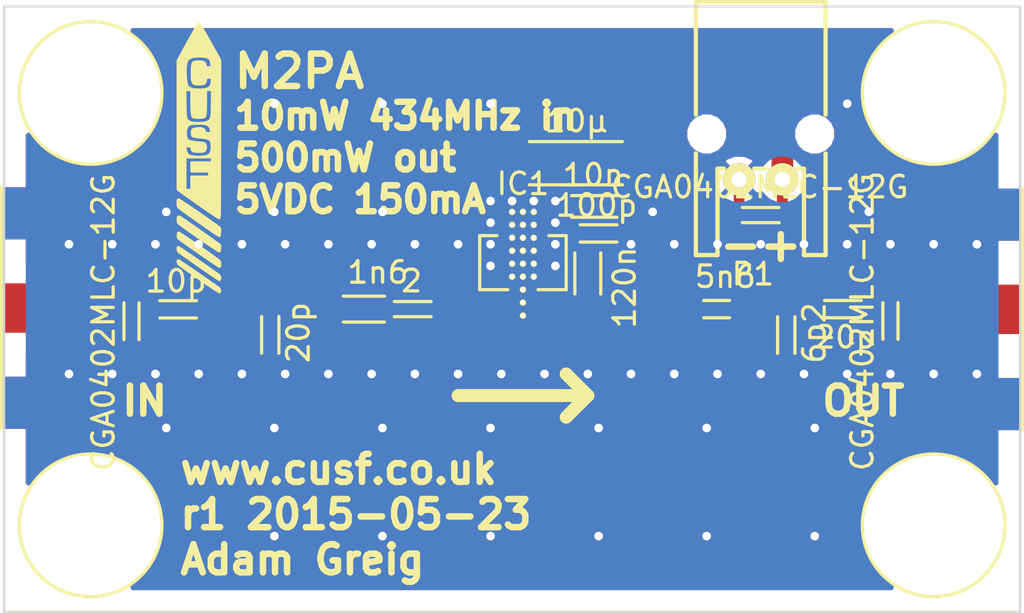
<source format=kicad_pcb>
(kicad_pcb (version 4) (host pcbnew 0.201505031001+5637~23~ubuntu14.04.1-product)

  (general
    (links 58)
    (no_connects 0)
    (area 112.23481 71.875 164.775191 101.975)
    (thickness 1.6)
    (drawings 17)
    (tracks 219)
    (zones 0)
    (modules 23)
    (nets 10)
  )

  (page A4)
  (title_block
    (title "Martlet 2 RF PA")
    (date "Sat 23 May 2015")
    (rev 1)
    (company "Cambridge University Spaceflight")
    (comment 1 "Drawn By: Adam Greig")
  )

  (layers
    (0 F.Cu signal)
    (31 B.Cu signal)
    (32 B.Adhes user)
    (33 F.Adhes user)
    (34 B.Paste user)
    (35 F.Paste user)
    (36 B.SilkS user)
    (37 F.SilkS user)
    (38 B.Mask user)
    (39 F.Mask user)
    (40 Dwgs.User user)
    (41 Cmts.User user)
    (42 Eco1.User user)
    (43 Eco2.User user)
    (44 Edge.Cuts user)
    (45 Margin user)
    (46 B.CrtYd user)
    (47 F.CrtYd user)
    (48 B.Fab user)
    (49 F.Fab user)
  )

  (setup
    (last_trace_width 0.25)
    (user_trace_width 0.2)
    (user_trace_width 0.28)
    (user_trace_width 0.3)
    (user_trace_width 0.4)
    (user_trace_width 0.5)
    (user_trace_width 0.8)
    (user_trace_width 1)
    (user_trace_width 1.2)
    (user_trace_width 1.5)
    (user_trace_width 2)
    (trace_clearance 0.2)
    (zone_clearance 0.3)
    (zone_45_only no)
    (trace_min 0.2)
    (segment_width 0.6)
    (edge_width 0.1)
    (via_size 0.8)
    (via_drill 0.4)
    (via_min_size 0.8)
    (via_min_drill 0.4)
    (user_via 0.8 0.4)
    (user_via 1 0.6)
    (uvia_size 0.3)
    (uvia_drill 0.1)
    (uvias_allowed no)
    (uvia_min_size 0.2)
    (uvia_min_drill 0.1)
    (pcb_text_width 0.3)
    (pcb_text_size 1.5 1.5)
    (mod_edge_width 0.15)
    (mod_text_size 1 1)
    (mod_text_width 0.15)
    (pad_size 0.6 0.6)
    (pad_drill 0)
    (pad_to_mask_clearance 0)
    (aux_axis_origin 0 0)
    (visible_elements FFFFFF5F)
    (pcbplotparams
      (layerselection 0x010f0_80000001)
      (usegerberextensions true)
      (excludeedgelayer true)
      (linewidth 0.100000)
      (plotframeref false)
      (viasonmask false)
      (mode 1)
      (useauxorigin false)
      (hpglpennumber 1)
      (hpglpenspeed 20)
      (hpglpendiameter 15)
      (hpglpenoverlay 2)
      (psnegative false)
      (psa4output false)
      (plotreference false)
      (plotvalue false)
      (plotinvisibletext false)
      (padsonsilk false)
      (subtractmaskfromsilk false)
      (outputformat 1)
      (mirror false)
      (drillshape 0)
      (scaleselection 1)
      (outputdirectory gerbers/))
  )

  (net 0 "")
  (net 1 "Net-(C1-Pad1)")
  (net 2 "Net-(C1-Pad2)")
  (net 3 GND)
  (net 4 +5V)
  (net 5 "Net-(C5-Pad2)")
  (net 6 "Net-(C7-Pad2)")
  (net 7 "Net-(IC1-Pad1)")
  (net 8 "Net-(IC1-Pad3)")
  (net 9 "Net-(L1-Pad1)")

  (net_class Default "This is the default net class."
    (clearance 0.2)
    (trace_width 0.25)
    (via_dia 0.8)
    (via_drill 0.4)
    (uvia_dia 0.3)
    (uvia_drill 0.1)
    (add_net +5V)
    (add_net GND)
    (add_net "Net-(C1-Pad1)")
    (add_net "Net-(C1-Pad2)")
    (add_net "Net-(C5-Pad2)")
    (add_net "Net-(C7-Pad2)")
    (add_net "Net-(IC1-Pad1)")
    (add_net "Net-(IC1-Pad3)")
    (add_net "Net-(L1-Pad1)")
  )

  (module m2pa:C0402 locked (layer F.Cu) (tedit 53CD9C5E) (tstamp 55607FF7)
    (at 123.55 87.01 180)
    (path /537B564F)
    (fp_text reference C1 (at 0.4 -1.25 180) (layer F.SilkS) hide
      (effects (font (size 1 1) (thickness 0.15)))
    )
    (fp_text value 10p (at 0.6 1.3 180) (layer F.SilkS)
      (effects (font (size 1 1) (thickness 0.15)))
    )
    (fp_line (start -0.35 0.4) (end 1.35 0.4) (layer F.SilkS) (width 0.15))
    (fp_line (start -0.35 -0.4) (end 1.35 -0.4) (layer F.SilkS) (width 0.15))
    (pad 1 smd rect (at 0 0 180) (size 0.6 0.6) (layers F.Cu F.Paste F.Mask)
      (net 1 "Net-(C1-Pad1)"))
    (pad 2 smd rect (at 1 0 180) (size 0.6 0.6) (layers F.Cu F.Paste F.Mask)
      (net 2 "Net-(C1-Pad2)"))
  )

  (module m2pa:C0402 locked (layer F.Cu) (tedit 55609496) (tstamp 55607FFF)
    (at 127.31 88.69 90)
    (path /537B56E0)
    (fp_text reference C2 (at 0.4 -1.25 90) (layer F.SilkS) hide
      (effects (font (size 1 1) (thickness 0.15)))
    )
    (fp_text value 20p (at 0.6 1.3 90) (layer F.SilkS)
      (effects (font (size 1 1) (thickness 0.15)))
    )
    (fp_line (start -0.35 0.4) (end 1.35 0.4) (layer F.SilkS) (width 0.15))
    (fp_line (start -0.35 -0.4) (end 1.35 -0.4) (layer F.SilkS) (width 0.15))
    (pad 1 smd rect (at 0 0 90) (size 0.6 0.6) (layers F.Cu F.Paste F.Mask)
      (net 3 GND) (zone_connect 2))
    (pad 2 smd rect (at 1 0 90) (size 0.6 0.6) (layers F.Cu F.Paste F.Mask)
      (net 1 "Net-(C1-Pad1)"))
  )

  (module m2pa:C0402 (layer F.Cu) (tedit 53CD9C5E) (tstamp 55608007)
    (at 143 83.5 180)
    (path /537B5BFF)
    (fp_text reference C3 (at 0.4 -1.25 180) (layer F.SilkS) hide
      (effects (font (size 1 1) (thickness 0.15)))
    )
    (fp_text value 100p (at 0.6 1.3 180) (layer F.SilkS)
      (effects (font (size 1 1) (thickness 0.15)))
    )
    (fp_line (start -0.35 0.4) (end 1.35 0.4) (layer F.SilkS) (width 0.15))
    (fp_line (start -0.35 -0.4) (end 1.35 -0.4) (layer F.SilkS) (width 0.15))
    (pad 1 smd rect (at 0 0 180) (size 0.6 0.6) (layers F.Cu F.Paste F.Mask)
      (net 4 +5V))
    (pad 2 smd rect (at 1 0 180) (size 0.6 0.6) (layers F.Cu F.Paste F.Mask)
      (net 3 GND))
  )

  (module m2pa:C0603 (layer F.Cu) (tedit 53CD4DE5) (tstamp 5560800F)
    (at 143 82.25 180)
    (path /537B5C80)
    (fp_text reference C4 (at 0.7 -1.35 180) (layer F.SilkS) hide
      (effects (font (size 1 1) (thickness 0.15)))
    )
    (fp_text value 10n (at 0.75 1.45 180) (layer F.SilkS)
      (effects (font (size 1 1) (thickness 0.15)))
    )
    (fp_line (start 1.75 0.5) (end -0.35 0.5) (layer F.SilkS) (width 0.15))
    (fp_line (start -0.35 -0.5) (end 1.75 -0.5) (layer F.SilkS) (width 0.15))
    (pad 1 smd rect (at 0 0 180) (size 0.7 0.8) (layers F.Cu F.Paste F.Mask)
      (net 4 +5V))
    (pad 2 smd rect (at 1.4 0 180) (size 0.7 0.8) (layers F.Cu F.Paste F.Mask)
      (net 3 GND))
  )

  (module m2pa:C0402 locked (layer F.Cu) (tedit 5560948F) (tstamp 55608017)
    (at 151.18 88.7 90)
    (path /537B5A1A)
    (fp_text reference C5 (at 0.4 -1.25 90) (layer F.SilkS) hide
      (effects (font (size 1 1) (thickness 0.15)))
    )
    (fp_text value 6p2 (at 0.6 1.3 90) (layer F.SilkS)
      (effects (font (size 1 1) (thickness 0.15)))
    )
    (fp_line (start -0.35 0.4) (end 1.35 0.4) (layer F.SilkS) (width 0.15))
    (fp_line (start -0.35 -0.4) (end 1.35 -0.4) (layer F.SilkS) (width 0.15))
    (pad 1 smd rect (at 0 0 90) (size 0.6 0.6) (layers F.Cu F.Paste F.Mask)
      (net 3 GND) (zone_connect 2))
    (pad 2 smd rect (at 1 0 90) (size 0.6 0.6) (layers F.Cu F.Paste F.Mask)
      (net 5 "Net-(C5-Pad2)"))
  )

  (module m2pa:C1206 (layer F.Cu) (tedit 53CD9DEC) (tstamp 5560801F)
    (at 143 80.25 180)
    (path /537BBE5B)
    (fp_text reference C6 (at 1.4 -1.85 180) (layer F.SilkS) hide
      (effects (font (size 1 1) (thickness 0.15)))
    )
    (fp_text value 10µ (at 1.5 1.95 180) (layer F.SilkS)
      (effects (font (size 1 1) (thickness 0.15)))
    )
    (fp_line (start -0.6 1) (end 3.7 1) (layer F.SilkS) (width 0.15))
    (fp_line (start -0.6 -1) (end 3.7 -1) (layer F.SilkS) (width 0.15))
    (pad 1 smd rect (at 0 0 180) (size 1.2 1.7) (layers F.Cu F.Paste F.Mask)
      (net 4 +5V))
    (pad 2 smd rect (at 3.1 0 180) (size 1.2 1.7) (layers F.Cu F.Paste F.Mask)
      (net 3 GND))
  )

  (module m2pa:C0402 (layer F.Cu) (tedit 53CD9C5E) (tstamp 55608027)
    (at 153.3 87)
    (path /537B5AA3)
    (fp_text reference C7 (at 0.4 -1.25) (layer F.SilkS) hide
      (effects (font (size 1 1) (thickness 0.15)))
    )
    (fp_text value 20p (at 0.6 1.3) (layer F.SilkS)
      (effects (font (size 1 1) (thickness 0.15)))
    )
    (fp_line (start -0.35 0.4) (end 1.35 0.4) (layer F.SilkS) (width 0.15))
    (fp_line (start -0.35 -0.4) (end 1.35 -0.4) (layer F.SilkS) (width 0.15))
    (pad 1 smd rect (at 0 0) (size 0.6 0.6) (layers F.Cu F.Paste F.Mask)
      (net 5 "Net-(C5-Pad2)"))
    (pad 2 smd rect (at 1 0) (size 0.6 0.6) (layers F.Cu F.Paste F.Mask)
      (net 6 "Net-(C7-Pad2)"))
  )

  (module m2pa:R0402 (layer F.Cu) (tedit 53CDA370) (tstamp 5560802F)
    (at 120.89 87.01 270)
    (path /55607F4A)
    (fp_text reference D1 (at 0.4 -1.25 270) (layer F.SilkS) hide
      (effects (font (size 1 1) (thickness 0.15)))
    )
    (fp_text value CGA0402MLC-12G (at 0.6 1.3 270) (layer F.SilkS)
      (effects (font (size 1 1) (thickness 0.15)))
    )
    (fp_line (start -0.3 0.35) (end 1.4 0.35) (layer F.SilkS) (width 0.15))
    (fp_line (start -0.3 -0.35) (end 1.4 -0.35) (layer F.SilkS) (width 0.15))
    (pad 1 smd rect (at 0 0 270) (size 0.6 0.5) (layers F.Cu F.Paste F.Mask)
      (net 2 "Net-(C1-Pad2)"))
    (pad 2 smd rect (at 1.1 0 270) (size 0.6 0.5) (layers F.Cu F.Paste F.Mask)
      (net 3 GND))
  )

  (module m2pa:R0402 (layer F.Cu) (tedit 53CDA370) (tstamp 55608037)
    (at 156 87 270)
    (path /53D02CEB)
    (fp_text reference D2 (at 0.4 -1.25 270) (layer F.SilkS) hide
      (effects (font (size 1 1) (thickness 0.15)))
    )
    (fp_text value CGA0402MLC-12G (at 0.6 1.3 270) (layer F.SilkS)
      (effects (font (size 1 1) (thickness 0.15)))
    )
    (fp_line (start -0.3 0.35) (end 1.4 0.35) (layer F.SilkS) (width 0.15))
    (fp_line (start -0.3 -0.35) (end 1.4 -0.35) (layer F.SilkS) (width 0.15))
    (pad 1 smd rect (at 0 0 270) (size 0.6 0.5) (layers F.Cu F.Paste F.Mask)
      (net 6 "Net-(C7-Pad2)"))
    (pad 2 smd rect (at 1.1 0 270) (size 0.6 0.5) (layers F.Cu F.Paste F.Mask)
      (net 3 GND))
  )

  (module m2pa:L0603 locked (layer F.Cu) (tedit 53CD4A11) (tstamp 55608068)
    (at 132.29 87 180)
    (path /537BE636)
    (fp_text reference L1 (at 0 -1.6 180) (layer F.SilkS) hide
      (effects (font (size 1 1) (thickness 0.15)))
    )
    (fp_text value 1n6 (at 0 1.7 180) (layer F.SilkS)
      (effects (font (size 1 1) (thickness 0.15)))
    )
    (fp_line (start -0.3 0.6) (end 1.6 0.6) (layer F.SilkS) (width 0.15))
    (fp_line (start -0.3 -0.6) (end 1.6 -0.6) (layer F.SilkS) (width 0.15))
    (pad 1 smd rect (at 0 0 180) (size 0.64 1.02) (layers F.Cu F.Paste F.Mask)
      (net 9 "Net-(L1-Pad1)"))
    (pad 2 smd rect (at 1.28 0 180) (size 0.64 1.02) (layers F.Cu F.Paste F.Mask)
      (net 1 "Net-(C1-Pad1)"))
  )

  (module m2pa:L0603 (layer F.Cu) (tedit 53CD4A11) (tstamp 55608070)
    (at 142 86 90)
    (path /537BE815)
    (fp_text reference L2 (at 0 -1.6 90) (layer F.SilkS) hide
      (effects (font (size 1 1) (thickness 0.15)))
    )
    (fp_text value 120n (at 0 1.7 90) (layer F.SilkS)
      (effects (font (size 1 1) (thickness 0.15)))
    )
    (fp_line (start -0.3 0.6) (end 1.6 0.6) (layer F.SilkS) (width 0.15))
    (fp_line (start -0.3 -0.6) (end 1.6 -0.6) (layer F.SilkS) (width 0.15))
    (pad 1 smd rect (at 0 0 90) (size 0.64 1.02) (layers F.Cu F.Paste F.Mask)
      (net 8 "Net-(IC1-Pad3)"))
    (pad 2 smd rect (at 1.28 0 90) (size 0.64 1.02) (layers F.Cu F.Paste F.Mask)
      (net 4 +5V))
  )

  (module m2pa:L0402 locked (layer F.Cu) (tedit 53CD4996) (tstamp 55608078)
    (at 148.36 87 180)
    (path /537BEED9)
    (fp_text reference L3 (at 0 -1.4 180) (layer F.SilkS) hide
      (effects (font (size 1 1) (thickness 0.15)))
    )
    (fp_text value 5n6 (at 0 1.5 180) (layer F.SilkS)
      (effects (font (size 1 1) (thickness 0.15)))
    )
    (fp_line (start -0.2 0.4) (end 1 0.4) (layer F.SilkS) (width 0.15))
    (fp_line (start -0.2 -0.4) (end 1 -0.4) (layer F.SilkS) (width 0.15))
    (pad 1 smd rect (at 0 0 180) (size 0.36 0.66) (layers F.Cu F.Paste F.Mask)
      (net 5 "Net-(C5-Pad2)"))
    (pad 2 smd rect (at 0.82 0 180) (size 0.36 0.66) (layers F.Cu F.Paste F.Mask)
      (net 8 "Net-(IC1-Pad3)"))
  )

  (module m2pa:S02B-PASK-2 (layer F.Cu) (tedit 555D2368) (tstamp 5560808C)
    (at 149 81)
    (path /55608520)
    (fp_text reference P1 (at 0.64 4.38) (layer F.SilkS)
      (effects (font (size 1 1) (thickness 0.15)))
    )
    (fp_text value CONN_01X02 (at 0.41 -7.21) (layer F.SilkS) hide
      (effects (font (size 1 1) (thickness 0.15)))
    )
    (fp_line (start 3 -0.5) (end 2.7 -0.5) (layer F.SilkS) (width 0.2))
    (fp_line (start 0.7 -0.5) (end 1.3 -0.5) (layer F.SilkS) (width 0.2))
    (fp_line (start -1 -0.5) (end -0.7 -0.5) (layer F.SilkS) (width 0.2))
    (fp_line (start 4 3.5) (end 3 3.5) (layer F.SilkS) (width 0.2))
    (fp_line (start 3 3.5) (end 3 -0.5) (layer F.SilkS) (width 0.2))
    (fp_line (start -2 3.5) (end -1 3.5) (layer F.SilkS) (width 0.2))
    (fp_line (start -1 3.5) (end -1 -0.5) (layer F.SilkS) (width 0.2))
    (fp_line (start 4 -8.2) (end -2 -8.2) (layer F.SilkS) (width 0.2))
    (fp_line (start 4 -3) (end 4 -8.2) (layer F.SilkS) (width 0.2))
    (fp_line (start 4 3.5) (end 4 -1.2) (layer F.SilkS) (width 0.2))
    (fp_line (start -2 -1.2) (end -2 3.5) (layer F.SilkS) (width 0.2))
    (fp_line (start -2 -8.2) (end -2 -3) (layer F.SilkS) (width 0.2))
    (pad 1 thru_hole circle (at 0 0) (size 1.5 1.5) (drill 0.7) (layers *.Cu *.Mask F.SilkS)
      (net 3 GND))
    (pad 2 thru_hole circle (at 2 0) (size 1.5 1.5) (drill 0.7) (layers *.Cu *.Mask F.SilkS)
      (net 4 +5V))
    (pad "" np_thru_hole circle (at -1.5 -2.1) (size 1.2 1.2) (drill 1.2) (layers *.Cu *.Mask F.SilkS))
    (pad "" np_thru_hole circle (at 3.5 -2.1) (size 1.2 1.2) (drill 1.2) (layers *.Cu *.Mask F.SilkS))
  )

  (module m2pa:R0402 locked (layer F.Cu) (tedit 53CDA370) (tstamp 556080A8)
    (at 134.45 87 180)
    (path /537BE047)
    (fp_text reference R1 (at 0.4 -1.25 180) (layer F.SilkS) hide
      (effects (font (size 1 1) (thickness 0.15)))
    )
    (fp_text value 2 (at 0.6 1.3 180) (layer F.SilkS)
      (effects (font (size 1 1) (thickness 0.15)))
    )
    (fp_line (start -0.3 0.35) (end 1.4 0.35) (layer F.SilkS) (width 0.15))
    (fp_line (start -0.3 -0.35) (end 1.4 -0.35) (layer F.SilkS) (width 0.15))
    (pad 1 smd rect (at 0 0 180) (size 0.6 0.5) (layers F.Cu F.Paste F.Mask)
      (net 7 "Net-(IC1-Pad1)"))
    (pad 2 smd rect (at 1.1 0 180) (size 0.6 0.5) (layers F.Cu F.Paste F.Mask)
      (net 9 "Net-(L1-Pad1)"))
  )

  (module m2pa:M3_MOUNT (layer F.Cu) (tedit 53DC1522) (tstamp 556083F8)
    (at 158 77)
    (fp_text reference M3_MOUNT (at 0 -4) (layer F.SilkS) hide
      (effects (font (size 1 1) (thickness 0.15)))
    )
    (fp_text value VAL** (at 0 4) (layer F.SilkS) hide
      (effects (font (size 1 1) (thickness 0.15)))
    )
    (fp_circle (center 0 0) (end 3.3 0) (layer F.SilkS) (width 0.15))
    (pad "" np_thru_hole circle (at 0 0) (size 3.3 3.3) (drill 3.3) (layers *.Cu *.Mask F.Paste F.SilkS)
      (solder_mask_margin 1.5) (clearance 1.65))
    (pad "" np_thru_hole circle (at 0 -2.5) (size 0.6 0.6) (drill 0.6) (layers *.Cu *.Mask F.SilkS))
    (pad "" np_thru_hole circle (at 2.5 0) (size 0.6 0.6) (drill 0.6) (layers *.Cu *.Mask F.SilkS))
    (pad "" np_thru_hole circle (at 0 2.5) (size 0.6 0.6) (drill 0.6) (layers *.Cu *.Mask F.SilkS))
    (pad "" np_thru_hole circle (at -2.5 0) (size 0.6 0.6) (drill 0.6) (layers *.Cu *.Mask F.SilkS))
    (pad "" np_thru_hole circle (at -1.8 -1.8) (size 0.6 0.6) (drill 0.6) (layers *.Cu *.Mask F.SilkS))
    (pad "" np_thru_hole circle (at 1.8 -1.8) (size 0.6 0.6) (drill 0.6) (layers *.Cu *.Mask F.SilkS))
    (pad "" np_thru_hole circle (at -1.8 1.8) (size 0.6 0.6) (drill 0.6) (layers *.Cu *.Mask F.SilkS))
    (pad "" np_thru_hole circle (at 1.8 1.8) (size 0.6 0.6) (drill 0.6) (layers *.Cu *.Mask F.SilkS))
  )

  (module m2pa:M3_MOUNT (layer F.Cu) (tedit 53DC1522) (tstamp 55608415)
    (at 119 97)
    (fp_text reference M3_MOUNT (at 0 -4) (layer F.SilkS) hide
      (effects (font (size 1 1) (thickness 0.15)))
    )
    (fp_text value VAL** (at 0 4) (layer F.SilkS) hide
      (effects (font (size 1 1) (thickness 0.15)))
    )
    (fp_circle (center 0 0) (end 3.3 0) (layer F.SilkS) (width 0.15))
    (pad "" np_thru_hole circle (at 0 0) (size 3.3 3.3) (drill 3.3) (layers *.Cu *.Mask F.Paste F.SilkS)
      (solder_mask_margin 1.5) (clearance 1.65))
    (pad "" np_thru_hole circle (at 0 -2.5) (size 0.6 0.6) (drill 0.6) (layers *.Cu *.Mask F.SilkS))
    (pad "" np_thru_hole circle (at 2.5 0) (size 0.6 0.6) (drill 0.6) (layers *.Cu *.Mask F.SilkS))
    (pad "" np_thru_hole circle (at 0 2.5) (size 0.6 0.6) (drill 0.6) (layers *.Cu *.Mask F.SilkS))
    (pad "" np_thru_hole circle (at -2.5 0) (size 0.6 0.6) (drill 0.6) (layers *.Cu *.Mask F.SilkS))
    (pad "" np_thru_hole circle (at -1.8 -1.8) (size 0.6 0.6) (drill 0.6) (layers *.Cu *.Mask F.SilkS))
    (pad "" np_thru_hole circle (at 1.8 -1.8) (size 0.6 0.6) (drill 0.6) (layers *.Cu *.Mask F.SilkS))
    (pad "" np_thru_hole circle (at -1.8 1.8) (size 0.6 0.6) (drill 0.6) (layers *.Cu *.Mask F.SilkS))
    (pad "" np_thru_hole circle (at 1.8 1.8) (size 0.6 0.6) (drill 0.6) (layers *.Cu *.Mask F.SilkS))
  )

  (module m2pa:M3_MOUNT (layer F.Cu) (tedit 53DC1522) (tstamp 5560847A)
    (at 158 97)
    (fp_text reference M3_MOUNT (at 0 -4) (layer F.SilkS) hide
      (effects (font (size 1 1) (thickness 0.15)))
    )
    (fp_text value VAL** (at 0 4) (layer F.SilkS) hide
      (effects (font (size 1 1) (thickness 0.15)))
    )
    (fp_circle (center 0 0) (end 3.3 0) (layer F.SilkS) (width 0.15))
    (pad "" np_thru_hole circle (at 0 0) (size 3.3 3.3) (drill 3.3) (layers *.Cu *.Mask F.Paste F.SilkS)
      (solder_mask_margin 1.5) (clearance 1.65))
    (pad "" np_thru_hole circle (at 0 -2.5) (size 0.6 0.6) (drill 0.6) (layers *.Cu *.Mask F.SilkS))
    (pad "" np_thru_hole circle (at 2.5 0) (size 0.6 0.6) (drill 0.6) (layers *.Cu *.Mask F.SilkS))
    (pad "" np_thru_hole circle (at 0 2.5) (size 0.6 0.6) (drill 0.6) (layers *.Cu *.Mask F.SilkS))
    (pad "" np_thru_hole circle (at -2.5 0) (size 0.6 0.6) (drill 0.6) (layers *.Cu *.Mask F.SilkS))
    (pad "" np_thru_hole circle (at -1.8 -1.8) (size 0.6 0.6) (drill 0.6) (layers *.Cu *.Mask F.SilkS))
    (pad "" np_thru_hole circle (at 1.8 -1.8) (size 0.6 0.6) (drill 0.6) (layers *.Cu *.Mask F.SilkS))
    (pad "" np_thru_hole circle (at -1.8 1.8) (size 0.6 0.6) (drill 0.6) (layers *.Cu *.Mask F.SilkS))
    (pad "" np_thru_hole circle (at 1.8 1.8) (size 0.6 0.6) (drill 0.6) (layers *.Cu *.Mask F.SilkS))
  )

  (module m2pa:M3_MOUNT (layer F.Cu) (tedit 53DC1522) (tstamp 556084A9)
    (at 119 77)
    (fp_text reference M3_MOUNT (at 0 -4) (layer F.SilkS) hide
      (effects (font (size 1 1) (thickness 0.15)))
    )
    (fp_text value VAL** (at 0 4) (layer F.SilkS) hide
      (effects (font (size 1 1) (thickness 0.15)))
    )
    (fp_circle (center 0 0) (end 3.3 0) (layer F.SilkS) (width 0.15))
    (pad "" np_thru_hole circle (at 0 0) (size 3.3 3.3) (drill 3.3) (layers *.Cu *.Mask F.Paste F.SilkS)
      (solder_mask_margin 1.5) (clearance 1.65))
    (pad "" np_thru_hole circle (at 0 -2.5) (size 0.6 0.6) (drill 0.6) (layers *.Cu *.Mask F.SilkS))
    (pad "" np_thru_hole circle (at 2.5 0) (size 0.6 0.6) (drill 0.6) (layers *.Cu *.Mask F.SilkS))
    (pad "" np_thru_hole circle (at 0 2.5) (size 0.6 0.6) (drill 0.6) (layers *.Cu *.Mask F.SilkS))
    (pad "" np_thru_hole circle (at -2.5 0) (size 0.6 0.6) (drill 0.6) (layers *.Cu *.Mask F.SilkS))
    (pad "" np_thru_hole circle (at -1.8 -1.8) (size 0.6 0.6) (drill 0.6) (layers *.Cu *.Mask F.SilkS))
    (pad "" np_thru_hole circle (at 1.8 -1.8) (size 0.6 0.6) (drill 0.6) (layers *.Cu *.Mask F.SilkS))
    (pad "" np_thru_hole circle (at -1.8 1.8) (size 0.6 0.6) (drill 0.6) (layers *.Cu *.Mask F.SilkS))
    (pad "" np_thru_hole circle (at 1.8 1.8) (size 0.6 0.6) (drill 0.6) (layers *.Cu *.Mask F.SilkS))
  )

  (module m2pa:R0402 (layer F.Cu) (tedit 53CDA370) (tstamp 556089EF)
    (at 150.55 82.65 180)
    (path /55608B21)
    (fp_text reference D3 (at 0.4 -1.25 180) (layer F.SilkS) hide
      (effects (font (size 1 1) (thickness 0.15)))
    )
    (fp_text value CGA0402MLC-12G (at 0.6 1.3 180) (layer F.SilkS)
      (effects (font (size 1 1) (thickness 0.15)))
    )
    (fp_line (start -0.3 0.35) (end 1.4 0.35) (layer F.SilkS) (width 0.15))
    (fp_line (start -0.3 -0.35) (end 1.4 -0.35) (layer F.SilkS) (width 0.15))
    (pad 1 smd rect (at 0 0 180) (size 0.6 0.5) (layers F.Cu F.Paste F.Mask)
      (net 4 +5V))
    (pad 2 smd rect (at 1.1 0 180) (size 0.6 0.5) (layers F.Cu F.Paste F.Mask)
      (net 3 GND))
  )

  (module m2pa:SMA-142-0701-801 (layer F.Cu) (tedit 55609D61) (tstamp 556080A0)
    (at 159.46 87.01 270)
    (path /537B7B92)
    (fp_text reference P3 (at 0 -4.064 270) (layer F.SilkS) hide
      (effects (font (size 1 1) (thickness 0.15)))
    )
    (fp_text value SMA (at -3.556 3.81 270) (layer F.SilkS) hide
      (effects (font (size 1 1) (thickness 0.15)))
    )
    (fp_line (start -5.588 -2.667) (end 5.588 -2.667) (layer F.SilkS) (width 0.15))
    (pad 1 smd rect (at 0 0 270) (size 2.286 5.08) (layers F.Cu F.Mask)
      (net 6 "Net-(C7-Pad2)") (zone_connect 2))
    (pad 2 smd rect (at -4.3815 0 270) (size 2.413 5.08) (layers F.Cu F.Mask)
      (net 3 GND) (zone_connect 2))
    (pad 3 smd rect (at 4.3815 0 270) (size 2.413 5.08) (layers F.Cu F.Mask)
      (net 3 GND) (zone_connect 2))
    (pad 4 smd rect (at -4.3815 0 270) (size 2.413 5.08) (layers B.Cu B.Mask)
      (net 3 GND) (zone_connect 2))
    (pad 5 smd rect (at 4.3815 0 270) (size 2.413 5.08) (layers B.Cu B.Mask)
      (net 3 GND) (zone_connect 2))
  )

  (module m2pa:SMA-142-0701-801 (layer F.Cu) (tedit 55609D61) (tstamp 55608096)
    (at 117.55 86.95 90)
    (path /555D1B9C)
    (fp_text reference P2 (at 0 -4.064 90) (layer F.SilkS) hide
      (effects (font (size 1 1) (thickness 0.15)))
    )
    (fp_text value SMA (at -3.556 3.81 90) (layer F.SilkS) hide
      (effects (font (size 1 1) (thickness 0.15)))
    )
    (fp_line (start -5.588 -2.667) (end 5.588 -2.667) (layer F.SilkS) (width 0.15))
    (pad 1 smd rect (at 0 0 90) (size 2.286 5.08) (layers F.Cu F.Mask)
      (net 2 "Net-(C1-Pad2)") (zone_connect 2))
    (pad 2 smd rect (at -4.3815 0 90) (size 2.413 5.08) (layers F.Cu F.Mask)
      (net 3 GND) (zone_connect 2))
    (pad 3 smd rect (at 4.3815 0 90) (size 2.413 5.08) (layers F.Cu F.Mask)
      (net 3 GND) (zone_connect 2))
    (pad 4 smd rect (at -4.3815 0 90) (size 2.413 5.08) (layers B.Cu B.Mask)
      (net 3 GND) (zone_connect 2))
    (pad 5 smd rect (at 4.3815 0 90) (size 2.413 5.08) (layers B.Cu B.Mask)
      (net 3 GND) (zone_connect 2))
  )

  (module m2pa:SOT89-3 (layer F.Cu) (tedit 5560A450) (tstamp 55608060)
    (at 139 87)
    (path /53792B5C)
    (fp_text reference IC1 (at 0 -5.8) (layer F.SilkS)
      (effects (font (size 1 1) (thickness 0.15)))
    )
    (fp_text value ADL5324 (at 0 1.8) (layer F.SilkS) hide
      (effects (font (size 1 1) (thickness 0.15)))
    )
    (fp_line (start 1.5 -0.9) (end 2 -0.9) (layer F.SilkS) (width 0.15))
    (fp_line (start 2 -0.9) (end 2 -3.4) (layer F.SilkS) (width 0.15))
    (fp_line (start 2 -3.4) (end 1.5 -3.4) (layer F.SilkS) (width 0.15))
    (fp_line (start -1.5 -3.4) (end -2 -3.4) (layer F.SilkS) (width 0.15))
    (fp_line (start -2 -3.4) (end -2 -0.9) (layer F.SilkS) (width 0.15))
    (fp_line (start -2 -0.9) (end -1.5 -0.9) (layer F.SilkS) (width 0.15))
    (fp_line (start 1.5 -0.9) (end 0.7 -0.9) (layer F.SilkS) (width 0.15))
    (fp_line (start -1.5 -0.9) (end -0.7 -0.9) (layer F.SilkS) (width 0.15))
    (fp_line (start 1.2 -3.4) (end 1.5 -3.4) (layer F.SilkS) (width 0.15))
    (fp_line (start -1.5 -3.4) (end -1.2 -3.4) (layer F.SilkS) (width 0.15))
    (pad 2 smd rect (at 0 -0.3 180) (size 0.9 1.9) (layers F.Cu F.Paste F.Mask)
      (net 3 GND) (zone_connect 2))
    (pad 1 smd rect (at -1.5 0 180) (size 0.9 1.3) (layers F.Cu F.Paste F.Mask)
      (net 7 "Net-(IC1-Pad1)"))
    (pad 3 smd rect (at 1.5 0 180) (size 0.9 1.3) (layers F.Cu F.Paste F.Mask)
      (net 8 "Net-(IC1-Pad3)"))
    (pad 2 smd rect (at 0 -3 180) (size 1.8 3.5) (layers F.Cu F.Paste F.Mask)
      (net 3 GND) (zone_connect 2))
    (pad 2 thru_hole circle (at 0 -0.3 180) (size 0.3 0.3) (drill 0.2) (layers *.Cu F.SilkS F.Mask)
      (net 3 GND) (zone_connect 2))
    (pad 2 thru_hole circle (at 0 0.3 180) (size 0.3 0.3) (drill 0.2) (layers *.Cu F.SilkS F.Mask)
      (net 3 GND) (zone_connect 2))
    (pad 2 thru_hole circle (at 0 -0.9 180) (size 0.3 0.3) (drill 0.2) (layers *.Cu F.SilkS F.Mask)
      (net 3 GND) (zone_connect 2))
    (pad 2 thru_hole circle (at 0 -1.5 180) (size 0.3 0.3) (drill 0.2) (layers *.Cu F.SilkS F.Mask)
      (net 3 GND) (zone_connect 2))
    (pad 2 thru_hole circle (at 0 -2.1 180) (size 0.3 0.3) (drill 0.2) (layers *.Cu F.SilkS F.Mask)
      (net 3 GND) (zone_connect 2))
    (pad 2 thru_hole circle (at 0 -2.7 180) (size 0.3 0.3) (drill 0.2) (layers *.Cu F.SilkS F.Mask)
      (net 3 GND) (zone_connect 2))
    (pad 2 thru_hole circle (at 0 -3.3 180) (size 0.3 0.3) (drill 0.2) (layers *.Cu F.SilkS F.Mask)
      (net 3 GND) (zone_connect 2))
    (pad 2 thru_hole circle (at 0 -3.9 180) (size 0.3 0.3) (drill 0.2) (layers *.Cu F.SilkS F.Mask)
      (net 3 GND) (zone_connect 2))
    (pad 2 thru_hole circle (at 0 -4.5 180) (size 0.3 0.3) (drill 0.2) (layers *.Cu F.SilkS F.Mask)
      (net 3 GND) (zone_connect 2))
    (pad 2 thru_hole circle (at 0.5 -1.5 180) (size 0.3 0.3) (drill 0.2) (layers *.Cu F.SilkS F.Mask)
      (net 3 GND) (zone_connect 2))
    (pad 2 thru_hole circle (at 0.5 -2.1 180) (size 0.3 0.3) (drill 0.2) (layers *.Cu F.SilkS F.Mask)
      (net 3 GND) (zone_connect 2))
    (pad 2 thru_hole circle (at 0.5 -2.7 180) (size 0.3 0.3) (drill 0.2) (layers *.Cu F.SilkS F.Mask)
      (net 3 GND) (zone_connect 2))
    (pad 2 thru_hole circle (at 0.5 -3.3 180) (size 0.3 0.3) (drill 0.2) (layers *.Cu F.SilkS F.Mask)
      (net 3 GND) (zone_connect 2))
    (pad 2 thru_hole circle (at 0.5 -3.9 180) (size 0.3 0.3) (drill 0.2) (layers *.Cu F.SilkS F.Mask)
      (net 3 GND) (zone_connect 2))
    (pad 2 thru_hole circle (at -0.5 -3.9 180) (size 0.3 0.3) (drill 0.2) (layers *.Cu F.SilkS F.Mask)
      (net 3 GND) (zone_connect 2))
    (pad 2 thru_hole circle (at -0.5 -3.3 180) (size 0.3 0.3) (drill 0.2) (layers *.Cu F.SilkS F.Mask)
      (net 3 GND) (zone_connect 2))
    (pad 2 thru_hole circle (at -0.5 -2.7 180) (size 0.3 0.3) (drill 0.2) (layers *.Cu F.SilkS F.Mask)
      (net 3 GND) (zone_connect 2))
    (pad 2 thru_hole circle (at -0.5 -2.1 180) (size 0.3 0.3) (drill 0.2) (layers *.Cu F.SilkS F.Mask)
      (net 3 GND) (zone_connect 2))
    (pad 2 thru_hole circle (at -0.5 -1.5 180) (size 0.3 0.3) (drill 0.2) (layers *.Cu F.SilkS F.Mask)
      (net 3 GND) (zone_connect 2))
    (pad 2 thru_hole circle (at -0.5 -4.5 180) (size 0.3 0.3) (drill 0.2) (layers *.Cu F.SilkS F.Mask)
      (net 3 GND) (zone_connect 2))
    (pad 2 thru_hole circle (at 0.5 -4.5 180) (size 0.3 0.3) (drill 0.2) (layers *.Cu F.SilkS F.Mask)
      (net 3 GND) (zone_connect 2))
    (pad 2 smd rect (at 0 -3 180) (size 1.8 3.5) (layers B.Cu)
      (net 3 GND) (zone_connect 2))
    (pad 2 smd rect (at 0 -0.3 180) (size 0.9 1.9) (layers B.Cu)
      (net 3 GND) (zone_connect 2))
  )

  (module m2pa:cusf_logo_small (layer F.Cu) (tedit 0) (tstamp 5560CEAD)
    (at 124 80)
    (fp_text reference G*** (at 0 0) (layer F.SilkS) hide
      (effects (font (thickness 0.3)))
    )
    (fp_text value LOGO (at 0.75 0) (layer F.SilkS) hide
      (effects (font (thickness 0.3)))
    )
    (fp_poly (pts (xy 0.995736 6.138875) (xy 0.993366 6.187746) (xy 0.972523 6.218489) (xy 0.954842 6.223)
      (xy 0.930121 6.211207) (xy 0.874208 6.177355) (xy 0.790543 6.123733) (xy 0.682563 6.052633)
      (xy 0.553707 5.966343) (xy 0.407414 5.867155) (xy 0.247121 5.757357) (xy 0.076267 5.63924)
      (xy 0.0288 5.60624) (xy -0.145473 5.484672) (xy -0.310662 5.368944) (xy -0.46321 5.26158)
      (xy -0.59956 5.165108) (xy -0.716156 5.082054) (xy -0.809441 5.014943) (xy -0.875858 4.966302)
      (xy -0.911851 4.938657) (xy -0.915458 4.93553) (xy -0.961704 4.873875) (xy -0.973666 4.808989)
      (xy -0.9702 4.760576) (xy -0.95438 4.743531) (xy -0.925712 4.745565) (xy -0.901117 4.75881)
      (xy -0.845893 4.793668) (xy -0.764029 4.847387) (xy -0.659512 4.917211) (xy -0.536331 5.000388)
      (xy -0.398474 5.094163) (xy -0.24993 5.195783) (xy -0.094686 5.302495) (xy 0.06327 5.411543)
      (xy 0.219948 5.520175) (xy 0.371361 5.625637) (xy 0.513521 5.725175) (xy 0.64244 5.816035)
      (xy 0.754128 5.895464) (xy 0.844598 5.960707) (xy 0.909862 6.009012) (xy 0.945932 6.037623)
      (xy 0.947209 6.03877) (xy 0.98017 6.084882) (xy 0.995736 6.138875) (xy 0.995736 6.138875)) (layer F.SilkS) (width 0.1))
    (fp_poly (pts (xy 0.996748 5.594801) (xy 0.983434 5.636726) (xy 0.957253 5.6515) (xy 0.933072 5.639695)
      (xy 0.877671 5.605795) (xy 0.794447 5.552075) (xy 0.686797 5.480809) (xy 0.558118 5.39427)
      (xy 0.411806 5.294732) (xy 0.251259 5.184469) (xy 0.079873 5.065756) (xy 0.020628 5.024494)
      (xy -0.154397 4.902236) (xy -0.319999 4.786186) (xy -0.472711 4.678802) (xy -0.609064 4.582539)
      (xy -0.72559 4.499853) (xy -0.81882 4.433202) (xy -0.885286 4.385041) (xy -0.92152 4.357826)
      (xy -0.926041 4.354055) (xy -0.955331 4.310728) (xy -0.972459 4.25345) (xy -0.976654 4.195206)
      (xy -0.967148 4.148978) (xy -0.943166 4.127751) (xy -0.939492 4.1275) (xy -0.916685 4.139257)
      (xy -0.863234 4.172714) (xy -0.783073 4.225147) (xy -0.680136 4.293835) (xy -0.558359 4.376054)
      (xy -0.421674 4.469082) (xy -0.274018 4.570196) (xy -0.119323 4.676674) (xy 0.038476 4.785792)
      (xy 0.195444 4.894828) (xy 0.347647 5.00106) (xy 0.491151 5.101765) (xy 0.622021 5.194219)
      (xy 0.736324 5.275701) (xy 0.830124 5.343488) (xy 0.899488 5.394856) (xy 0.94048 5.427085)
      (xy 0.947209 5.433151) (xy 0.978047 5.48023) (xy 0.994756 5.538374) (xy 0.996748 5.594801)
      (xy 0.996748 5.594801)) (layer F.SilkS) (width 0.1))
    (fp_poly (pts (xy 0.994834 4.92596) (xy 0.992604 4.99205) (xy 0.983617 5.025823) (xy 0.964423 5.037161)
      (xy 0.955856 5.037667) (xy 0.931394 5.025859) (xy 0.875726 4.991954) (xy 0.792258 4.938228)
      (xy 0.684395 4.866958) (xy 0.555543 4.780421) (xy 0.409109 4.680891) (xy 0.248499 4.570647)
      (xy 0.077118 4.451965) (xy 0.019231 4.411651) (xy -0.155708 4.289432) (xy -0.321253 4.173358)
      (xy -0.473926 4.065897) (xy -0.610252 3.969514) (xy -0.726754 3.886676) (xy -0.819954 3.81985)
      (xy -0.886377 3.771503) (xy -0.922544 3.744102) (xy -0.926962 3.740346) (xy -0.955611 3.70654)
      (xy -0.968768 3.665392) (xy -0.970376 3.601774) (xy -0.969295 3.577904) (xy -0.963838 3.510443)
      (xy -0.95382 3.475413) (xy -0.934935 3.462911) (xy -0.918919 3.462059) (xy -0.893421 3.474166)
      (xy -0.837446 3.50812) (xy -0.754968 3.561161) (xy -0.64996 3.630532) (xy -0.526394 3.713472)
      (xy -0.388244 3.807225) (xy -0.239481 3.90903) (xy -0.08408 4.01613) (xy 0.073989 4.125765)
      (xy 0.230751 4.235178) (xy 0.382233 4.341609) (xy 0.524464 4.4423) (xy 0.653471 4.534492)
      (xy 0.76528 4.615426) (xy 0.855919 4.682344) (xy 0.921415 4.732487) (xy 0.957795 4.763097)
      (xy 0.963054 4.768881) (xy 0.983116 4.820395) (xy 0.993914 4.895912) (xy 0.994834 4.92596)
      (xy 0.994834 4.92596)) (layer F.SilkS) (width 0.1))
    (fp_poly (pts (xy 0.992199 4.113405) (xy 0.990412 4.189997) (xy 0.9904 4.190272) (xy 0.984093 4.270389)
      (xy 0.972762 4.315715) (xy 0.954411 4.333683) (xy 0.951719 4.334339) (xy 0.928535 4.323757)
      (xy 0.874105 4.291054) (xy 0.791802 4.238476) (xy 0.685 4.168269) (xy 0.55707 4.082678)
      (xy 0.411387 3.983947) (xy 0.251323 3.874322) (xy 0.08025 3.756048) (xy 0.020386 3.714408)
      (xy -0.154744 3.592031) (xy -0.320435 3.475523) (xy -0.47321 3.367378) (xy -0.609592 3.270093)
      (xy -0.726105 3.186161) (xy -0.819272 3.118078) (xy -0.885617 3.068339) (xy -0.921662 3.039438)
      (xy -0.926041 3.035211) (xy -0.95489 2.993263) (xy -0.969427 2.940578) (xy -0.973653 2.86207)
      (xy -0.973666 2.855655) (xy -0.968312 2.771067) (xy -0.950441 2.724355) (xy -0.917346 2.712216)
      (xy -0.870094 2.72929) (xy -0.838586 2.749033) (xy -0.776971 2.790191) (xy -0.689398 2.849854)
      (xy -0.580015 2.925113) (xy -0.452972 3.013058) (xy -0.312416 3.11078) (xy -0.162496 3.21537)
      (xy -0.007362 3.323918) (xy 0.148839 3.433514) (xy 0.301958 3.54125) (xy 0.447845 3.644215)
      (xy 0.582353 3.739501) (xy 0.701334 3.824198) (xy 0.800637 3.895396) (xy 0.876115 3.950187)
      (xy 0.923619 3.985661) (xy 0.937483 3.996937) (xy 0.969553 4.030826) (xy 0.986519 4.064998)
      (xy 0.992199 4.113405) (xy 0.992199 4.113405)) (layer F.SilkS) (width 0.1))
    (fp_poly (pts (xy 0.992455 3.363004) (xy 0.990416 3.431445) (xy 0.984431 3.521917) (xy 0.97447 3.584698)
      (xy 0.961685 3.612798) (xy 0.960424 3.613391) (xy 0.933054 3.60578) (xy 0.881077 3.578623)
      (xy 0.814195 3.537173) (xy 0.791091 3.521655) (xy 0.583644 3.379206) (xy 0.377312 3.236717)
      (xy 0.175343 3.096486) (xy -0.019017 2.960811) (xy -0.202519 2.831988) (xy -0.371917 2.712316)
      (xy -0.523963 2.604091) (xy -0.65541 2.509612) (xy -0.76301 2.431175) (xy -0.843516 2.371078)
      (xy -0.89368 2.331619) (xy -0.904875 2.321796) (xy -0.939572 2.286494) (xy -0.960073 2.253934)
      (xy -0.970102 2.211636) (xy -0.973385 2.147124) (xy -0.973666 2.091348) (xy -0.97293 2.00854)
      (xy -0.969045 1.959385) (xy -0.959501 1.935205) (xy -0.941787 1.927325) (xy -0.926041 1.926812)
      (xy -0.90183 1.938643) (xy -0.846984 1.972108) (xy -0.76549 2.024471) (xy -0.661329 2.093)
      (xy -0.538486 2.174959) (xy -0.400945 2.267614) (xy -0.252688 2.368231) (xy -0.097699 2.474075)
      (xy 0.060037 2.582413) (xy 0.216538 2.690509) (xy 0.36782 2.79563) (xy 0.509899 2.895042)
      (xy 0.638791 2.986008) (xy 0.750514 3.065797) (xy 0.841083 3.131672) (xy 0.906515 3.1809)
      (xy 0.9375 3.205949) (xy 0.966549 3.233609) (xy 0.983641 3.261543) (xy 0.9914 3.300943)
      (xy 0.992455 3.363004) (xy 0.992455 3.363004)) (layer F.SilkS) (width 0.1))
    (fp_poly (pts (xy 0.994954 -4.512126) (xy 0.989602 -0.864355) (xy 0.988922 -0.40392) (xy 0.988277 0.016045)
      (xy 0.987643 0.397406) (xy 0.986995 0.742026) (xy 0.986311 1.05177) (xy 0.985564 1.328502)
      (xy 0.98473 1.574087) (xy 0.983786 1.790388) (xy 0.982707 1.979271) (xy 0.981469 2.142598)
      (xy 0.980047 2.282235) (xy 0.978417 2.400047) (xy 0.976555 2.497896) (xy 0.974436 2.577648)
      (xy 0.972036 2.641166) (xy 0.96933 2.690315) (xy 0.966295 2.72696) (xy 0.962906 2.752965)
      (xy 0.959138 2.770193) (xy 0.954968 2.780509) (xy 0.950371 2.785778) (xy 0.945322 2.787864)
      (xy 0.941917 2.78838) (xy 0.914543 2.777381) (xy 0.854647 2.742682) (xy 0.763974 2.685439)
      (xy 0.644271 2.606807) (xy 0.619973 2.590463) (xy 0.619973 -3.704167) (xy 0.47932 -3.704167)
      (xy 0.338667 -3.704167) (xy 0.338667 -3.631461) (xy 0.326661 -3.534217) (xy 0.292835 -3.462218)
      (xy 0.256067 -3.430106) (xy 0.196567 -3.411154) (xy 0.110079 -3.398639) (xy 0.011547 -3.393206)
      (xy -0.084081 -3.395505) (xy -0.161859 -3.40618) (xy -0.179847 -3.411237) (xy -0.225411 -3.431516)
      (xy -0.260016 -3.461319) (xy -0.285128 -3.506146) (xy -0.302211 -3.571499) (xy -0.31273 -3.66288)
      (xy -0.318149 -3.78579) (xy -0.31991 -3.93731) (xy -0.318068 -4.100152) (xy -0.310808 -4.225172)
      (xy -0.297258 -4.316636) (xy -0.276542 -4.378812) (xy -0.247786 -4.415966) (xy -0.21889 -4.43041)
      (xy -0.126724 -4.45195) (xy -0.045144 -4.460393) (xy 0.047676 -4.457374) (xy 0.090214 -4.453584)
      (xy 0.19419 -4.437497) (xy 0.262451 -4.410432) (xy 0.301168 -4.36756) (xy 0.31651 -4.30405)
      (xy 0.3175 -4.275667) (xy 0.3175 -4.191) (xy 0.457981 -4.191) (xy 0.598463 -4.191)
      (xy 0.587767 -4.324248) (xy 0.570581 -4.442159) (xy 0.53731 -4.532926) (xy 0.483476 -4.599585)
      (xy 0.404605 -4.645171) (xy 0.296219 -4.672718) (xy 0.153842 -4.685261) (xy 0.052917 -4.686855)
      (xy -0.124376 -4.681019) (xy -0.265316 -4.663061) (xy -0.37467 -4.63091) (xy -0.457207 -4.582497)
      (xy -0.517697 -4.515751) (xy -0.560908 -4.428601) (xy -0.564409 -4.418837) (xy -0.585027 -4.329766)
      (xy -0.598139 -4.209513) (xy -0.604111 -4.067732) (xy -0.603308 -3.914082) (xy -0.596096 -3.75822)
      (xy -0.582841 -3.609802) (xy -0.563909 -3.478486) (xy -0.539663 -3.373929) (xy -0.523155 -3.32901)
      (xy -0.477635 -3.272119) (xy -0.401517 -3.221679) (xy -0.306533 -3.184794) (xy -0.271267 -3.176453)
      (xy -0.166129 -3.163052) (xy -0.036832 -3.157175) (xy 0.099129 -3.158807) (xy 0.224259 -3.167932)
      (xy 0.286727 -3.176972) (xy 0.36528 -3.194604) (xy 0.434836 -3.215469) (xy 0.467677 -3.228956)
      (xy 0.528915 -3.284066) (xy 0.573981 -3.376693) (xy 0.602049 -3.504897) (xy 0.607603 -3.55661)
      (xy 0.619973 -3.704167) (xy 0.619973 2.590463) (xy 0.61812 2.589217) (xy 0.61812 -3.132667)
      (xy 0.478393 -3.132667) (xy 0.338667 -3.132667) (xy 0.337745 -2.619375) (xy 0.33665 -2.425996)
      (xy 0.333839 -2.270419) (xy 0.328872 -2.148132) (xy 0.321308 -2.054622) (xy 0.310709 -1.985377)
      (xy 0.296632 -1.935886) (xy 0.27864 -1.901636) (xy 0.266312 -1.887053) (xy 0.226703 -1.869257)
      (xy 0.156521 -1.856971) (xy 0.067143 -1.850213) (xy -0.030053 -1.849004) (xy -0.123692 -1.853362)
      (xy -0.202396 -1.863308) (xy -0.25479 -1.878859) (xy -0.265339 -1.886147) (xy -0.286428 -1.913758)
      (xy -0.303157 -1.952899) (xy -0.315992 -2.008212) (xy -0.325403 -2.084342) (xy -0.331857 -2.185931)
      (xy -0.335821 -2.317624) (xy -0.337764 -2.484064) (xy -0.338162 -2.608792) (xy -0.338666 -3.132667)
      (xy -0.477927 -3.132667) (xy -0.617187 -3.132667) (xy -0.609824 -2.513542) (xy -0.607258 -2.327543)
      (xy -0.604279 -2.179067) (xy -0.600602 -2.063305) (xy -0.595941 -1.975447) (xy -0.590011 -1.910683)
      (xy -0.582527 -1.864203) (xy -0.573205 -1.831198) (xy -0.568735 -1.820333) (xy -0.515076 -1.733828)
      (xy -0.441206 -1.675442) (xy -0.343971 -1.638577) (xy -0.260895 -1.623921) (xy -0.149429 -1.614662)
      (xy -0.023186 -1.610927) (xy 0.104219 -1.612845) (xy 0.219171 -1.620544) (xy 0.300583 -1.632492)
      (xy 0.412066 -1.666588) (xy 0.491262 -1.717697) (xy 0.546869 -1.792221) (xy 0.562507 -1.825352)
      (xy 0.573915 -1.856978) (xy 0.583059 -1.895463) (xy 0.590287 -1.946013) (xy 0.59595 -2.013831)
      (xy 0.600396 -2.104121) (xy 0.603974 -2.222087) (xy 0.607034 -2.372933) (xy 0.609391 -2.524125)
      (xy 0.61812 -3.132667) (xy 0.61812 2.589217) (xy 0.613834 2.586334) (xy 0.613834 0.211667)
      (xy 0.613834 0.09525) (xy 0.613834 -0.021167) (xy 0.602885 -0.021167) (xy 0.602885 -0.512006)
      (xy 0.596344 -0.627817) (xy 0.576036 -0.727283) (xy 0.543535 -0.799314) (xy 0.534519 -0.810812)
      (xy 0.485633 -0.851877) (xy 0.417233 -0.883417) (xy 0.322492 -0.907544) (xy 0.194587 -0.926371)
      (xy 0.143502 -0.931825) (xy -0.006977 -0.947088) (xy -0.120529 -0.960581) (xy -0.202353 -0.974716)
      (xy -0.257646 -0.991909) (xy -0.291609 -1.014572) (xy -0.30944 -1.045122) (xy -0.316337 -1.085971)
      (xy -0.317499 -1.139534) (xy -0.3175 -1.145904) (xy -0.312103 -1.235298) (xy -0.291271 -1.292888)
      (xy -0.248039 -1.328348) (xy -0.175444 -1.351349) (xy -0.16851 -1.352866) (xy -0.020478 -1.374243)
      (xy 0.102417 -1.370514) (xy 0.197509 -1.342646) (xy 0.262129 -1.291606) (xy 0.293613 -1.21836)
      (xy 0.296334 -1.184338) (xy 0.300799 -1.162124) (xy 0.320344 -1.149639) (xy 0.364191 -1.144169)
      (xy 0.436878 -1.143) (xy 0.577423 -1.143) (xy 0.56499 -1.263463) (xy 0.542122 -1.374313)
      (xy 0.495978 -1.45597) (xy 0.420424 -1.517951) (xy 0.390218 -1.534583) (xy 0.351303 -1.551674)
      (xy 0.307719 -1.563526) (xy 0.251062 -1.571051) (xy 0.172928 -1.575161) (xy 0.064914 -1.576767)
      (xy 0 -1.576917) (xy -0.15977 -1.574556) (xy -0.283352 -1.56625) (xy -0.376693 -1.55016)
      (xy -0.445739 -1.524451) (xy -0.496435 -1.487285) (xy -0.534729 -1.436824) (xy -0.550727 -1.406769)
      (xy -0.579266 -1.317108) (xy -0.594622 -1.203787) (xy -0.596345 -1.08352) (xy -0.583984 -0.97302)
      (xy -0.564255 -0.904309) (xy -0.53354 -0.852161) (xy -0.486499 -0.810315) (xy -0.418299 -0.777187)
      (xy -0.324106 -0.751191) (xy -0.199089 -0.730742) (xy -0.038415 -0.714254) (xy 0.03175 -0.708788)
      (xy 0.122823 -0.699287) (xy 0.202133 -0.685868) (xy 0.25691 -0.670884) (xy 0.268886 -0.66511)
      (xy 0.309907 -0.616453) (xy 0.330261 -0.545136) (xy 0.331053 -0.464027) (xy 0.313384 -0.385994)
      (xy 0.278357 -0.323906) (xy 0.237059 -0.293763) (xy 0.191968 -0.285135) (xy 0.116739 -0.279581)
      (xy 0.023499 -0.277758) (xy -0.038948 -0.278818) (xy -0.13885 -0.282762) (xy -0.20555 -0.288357)
      (xy -0.248175 -0.297606) (xy -0.275856 -0.312513) (xy -0.297722 -0.335081) (xy -0.29824 -0.33572)
      (xy -0.327043 -0.392847) (xy -0.338666 -0.457428) (xy -0.338666 -0.529167) (xy -0.478689 -0.529167)
      (xy -0.618711 -0.529167) (xy -0.603806 -0.407458) (xy -0.576386 -0.273187) (xy -0.53152 -0.176983)
      (xy -0.468901 -0.118204) (xy -0.463802 -0.115453) (xy -0.377218 -0.084504) (xy -0.259589 -0.062034)
      (xy -0.121502 -0.048835) (xy 0.026457 -0.045701) (xy 0.173704 -0.053427) (xy 0.247369 -0.062129)
      (xy 0.374021 -0.088077) (xy 0.465506 -0.127674) (xy 0.528323 -0.187083) (xy 0.568971 -0.272468)
      (xy 0.593951 -0.389993) (xy 0.594086 -0.390941) (xy 0.602885 -0.512006) (xy 0.602885 -0.021167)
      (xy 0 -0.021167) (xy -0.613833 -0.021167) (xy -0.613833 0.73025) (xy -0.613833 1.481667)
      (xy -0.47625 1.481667) (xy -0.338666 1.481667) (xy -0.338666 1.17475) (xy -0.338666 0.867833)
      (xy 0.074084 0.867833) (xy 0.486834 0.867833) (xy 0.486834 0.751417) (xy 0.486834 0.635)
      (xy 0.074084 0.635) (xy -0.338666 0.635) (xy -0.338666 0.423333) (xy -0.338666 0.211667)
      (xy 0.137584 0.211667) (xy 0.613834 0.211667) (xy 0.613834 2.586334) (xy 0.497285 2.507942)
      (xy 0.324761 2.389998) (xy 0.128447 2.254132) (xy 0.021167 2.179316) (xy -0.152243 2.057837)
      (xy -0.316585 1.942206) (xy -0.468291 1.834969) (xy -0.603793 1.73867) (xy -0.719525 1.655855)
      (xy -0.81192 1.589068) (xy -0.877409 1.540855) (xy -0.912426 1.51376) (xy -0.915458 1.5111)
      (xy -0.973666 1.456911) (xy -0.973666 -1.515915) (xy -0.973666 -4.488741) (xy -0.918779 -4.599162)
      (xy -0.896427 -4.641945) (xy -0.856026 -4.716999) (xy -0.80015 -4.819626) (xy -0.731376 -4.945129)
      (xy -0.65228 -5.088808) (xy -0.565439 -5.245968) (xy -0.473428 -5.411909) (xy -0.448599 -5.456589)
      (xy -0.343033 -5.645957) (xy -0.255703 -5.801247) (xy -0.184669 -5.925595) (xy -0.127988 -6.022138)
      (xy -0.083721 -6.094014) (xy -0.049927 -6.144359) (xy -0.024663 -6.176311) (xy -0.00599 -6.193006)
      (xy 0.008034 -6.19758) (xy 0.009804 -6.197423) (xy 0.027764 -6.185613) (xy 0.055897 -6.152329)
      (xy 0.095809 -6.095027) (xy 0.149108 -6.011162) (xy 0.217398 -5.898191) (xy 0.302288 -5.75357)
      (xy 0.405383 -5.574755) (xy 0.428088 -5.535083) (xy 0.519916 -5.374026) (xy 0.609242 -5.216515)
      (xy 0.692818 -5.068337) (xy 0.767398 -4.935279) (xy 0.829735 -4.823128) (xy 0.876582 -4.737671)
      (xy 0.899107 -4.695521) (xy 0.994954 -4.512126) (xy 0.994954 -4.512126)) (layer F.SilkS) (width 0.1))
  )

  (gr_text OUT (at 154.75 91.25) (layer F.SilkS)
    (effects (font (size 1.3 1.3) (thickness 0.3)))
  )
  (gr_text IN (at 121.5 91.25) (layer F.SilkS)
    (effects (font (size 1.3 1.3) (thickness 0.3)))
  )
  (gr_line (start 142 91) (end 141 92) (angle 90) (layer F.SilkS) (width 0.6))
  (gr_line (start 142 91) (end 141 90) (angle 90) (layer F.SilkS) (width 0.6))
  (gr_line (start 136 91) (end 142 91) (angle 90) (layer F.SilkS) (width 0.6))
  (gr_text "10mW 434MHz in\n500mW out\n5VDC 150mA" (at 125.5 80) (layer F.SilkS)
    (effects (font (size 1.2 1.2) (thickness 0.3)) (justify left))
  )
  (gr_text -+ (at 150 84) (layer F.SilkS)
    (effects (font (size 1.5 1.5) (thickness 0.3)))
  )
  (gr_text "www.cusf.co.uk\nr1 2015-05-23\nAdam Greig" (at 123 96.5) (layer F.SilkS)
    (effects (font (size 1.3 1.3) (thickness 0.3)) (justify left))
  )
  (gr_text M2PA (at 125.5 76) (layer F.SilkS)
    (effects (font (size 1.5 1.5) (thickness 0.3)) (justify left))
  )
  (gr_line (start 149.5 87.7) (end 152.3 87.7) (angle 90) (layer F.Mask) (width 0.6) (tstamp 55609757))
  (gr_line (start 149.5 88.7) (end 152.3 88.7) (angle 90) (layer F.Mask) (width 0.6))
  (gr_line (start 124.7 87.7) (end 129.9 87.7) (angle 90) (layer F.Mask) (width 0.6) (tstamp 55609734))
  (gr_line (start 124.7 88.7) (end 129.9 88.7) (angle 90) (layer F.Mask) (width 0.6))
  (gr_line (start 162 101) (end 162 73) (angle 90) (layer Edge.Cuts) (width 0.1))
  (gr_line (start 115 101) (end 162 101) (angle 90) (layer Edge.Cuts) (width 0.1))
  (gr_line (start 115 73) (end 115 101) (angle 90) (layer Edge.Cuts) (width 0.1))
  (gr_line (start 162 73) (end 115 73) (angle 90) (layer Edge.Cuts) (width 0.1))

  (segment (start 127.3 87.5) (end 127.3 87) (width 0.5) (layer F.Cu) (net 1) (tstamp 556092B8))
  (segment (start 123.55 87.01) (end 124.29 87.01) (width 0.3) (layer F.Cu) (net 1))
  (segment (start 130.1 87) (end 131.01 87) (width 0.5) (layer F.Cu) (net 1) (tstamp 5560929B))
  (segment (start 130 87) (end 130.1 87) (width 2) (layer F.Cu) (net 1) (tstamp 5560929A))
  (segment (start 129.9 87) (end 130 87) (width 2) (layer F.Cu) (net 1) (tstamp 55609299))
  (segment (start 129.7 87) (end 129.9 87) (width 2) (layer F.Cu) (net 1) (tstamp 55609298))
  (segment (start 129.5 87) (end 129.7 87) (width 2) (layer F.Cu) (net 1) (tstamp 55609294))
  (segment (start 124.3 87) (end 127.3 87) (width 2) (layer F.Cu) (net 1) (tstamp 55609291))
  (segment (start 127.3 87) (end 129.5 87) (width 2) (layer F.Cu) (net 1) (tstamp 556092B9))
  (segment (start 124.29 87.01) (end 124.3 87) (width 2) (layer F.Cu) (net 1) (tstamp 5560928A))
  (segment (start 120.75 87.01) (end 122.55 87.01) (width 0.8) (layer F.Cu) (net 2))
  (segment (start 117.32 87.01) (end 120.75 87.01) (width 1) (layer F.Cu) (net 2))
  (segment (start 154 84) (end 154 77.5) (width 0.3) (layer F.Cu) (net 3))
  (via (at 154 77.5) (size 0.8) (layers F.Cu B.Cu) (net 3))
  (via (at 137.5 77.5) (size 0.8) (layers F.Cu B.Cu) (net 3))
  (segment (start 132.5 77.5) (end 137.5 77.5) (width 0.5) (layer F.Cu) (net 3))
  (segment (start 127.5 92.5) (end 127.5 97.5) (width 0.5) (layer F.Cu) (net 3))
  (via (at 152.5 97.5) (size 0.8) (layers F.Cu B.Cu) (net 3))
  (segment (start 147.5 97.5) (end 152.5 97.5) (width 0.5) (layer B.Cu) (net 3) (tstamp 556098CA))
  (via (at 147.5 97.5) (size 0.8) (layers F.Cu B.Cu) (net 3))
  (segment (start 142.5 97.5) (end 147.5 97.5) (width 0.5) (layer F.Cu) (net 3) (tstamp 556098C7))
  (via (at 142.5 97.5) (size 0.8) (layers F.Cu B.Cu) (net 3))
  (segment (start 137.5 97.5) (end 142.5 97.5) (width 0.5) (layer B.Cu) (net 3) (tstamp 556098C4))
  (via (at 137.5 97.5) (size 0.8) (layers F.Cu B.Cu) (net 3))
  (segment (start 132.5 97.5) (end 137.5 97.5) (width 0.5) (layer F.Cu) (net 3) (tstamp 556098C1))
  (via (at 132.5 97.5) (size 0.8) (layers F.Cu B.Cu) (net 3))
  (segment (start 127.5 97.5) (end 132.5 97.5) (width 0.5) (layer B.Cu) (net 3) (tstamp 556098BE))
  (via (at 127.5 97.5) (size 0.8) (layers F.Cu B.Cu) (net 3))
  (segment (start 117.55 91.3315) (end 121.3315 91.3315) (width 0.5) (layer F.Cu) (net 3))
  (segment (start 153.6085 91.3915) (end 159.46 91.3915) (width 0.5) (layer B.Cu) (net 3) (tstamp 556098B7))
  (segment (start 152.5 92.5) (end 153.6085 91.3915) (width 0.5) (layer B.Cu) (net 3) (tstamp 556098B6))
  (via (at 152.5 92.5) (size 0.8) (layers F.Cu B.Cu) (net 3))
  (segment (start 147.5 92.5) (end 152.5 92.5) (width 0.5) (layer F.Cu) (net 3) (tstamp 556098B3))
  (via (at 147.5 92.5) (size 0.8) (layers F.Cu B.Cu) (net 3))
  (segment (start 142.5 92.5) (end 147.5 92.5) (width 0.5) (layer B.Cu) (net 3) (tstamp 556098B0))
  (via (at 142.5 92.5) (size 0.8) (layers F.Cu B.Cu) (net 3))
  (segment (start 137.5 92.5) (end 142.5 92.5) (width 0.5) (layer F.Cu) (net 3) (tstamp 556098AD))
  (via (at 137.5 92.5) (size 0.8) (layers F.Cu B.Cu) (net 3))
  (segment (start 132.5 92.5) (end 137.5 92.5) (width 0.5) (layer B.Cu) (net 3) (tstamp 556098AA))
  (via (at 132.5 92.5) (size 0.8) (layers F.Cu B.Cu) (net 3))
  (segment (start 127.5 92.5) (end 132.5 92.5) (width 0.5) (layer F.Cu) (net 3) (tstamp 556098A7))
  (via (at 127.5 92.5) (size 0.8) (layers F.Cu B.Cu) (net 3))
  (segment (start 122.5 92.5) (end 127.5 92.5) (width 0.5) (layer B.Cu) (net 3) (tstamp 556098A4))
  (via (at 122.5 92.5) (size 0.8) (layers F.Cu B.Cu) (net 3))
  (segment (start 121.3315 91.3315) (end 122.5 92.5) (width 0.5) (layer F.Cu) (net 3) (tstamp 556098A2))
  (segment (start 117.55 82.5685) (end 122.4315 82.5685) (width 0.5) (layer F.Cu) (net 3))
  (via (at 127.5 77.5) (size 0.8) (layers F.Cu B.Cu) (net 3))
  (segment (start 132.5 77.5) (end 127.5 77.5) (width 0.5) (layer F.Cu) (net 3) (tstamp 5560989D))
  (via (at 132.5 77.5) (size 0.8) (layers F.Cu B.Cu) (net 3))
  (segment (start 132.5 82.5) (end 132.5 77.5) (width 0.5) (layer B.Cu) (net 3) (tstamp 5560989A))
  (via (at 132.5 82.5) (size 0.8) (layers F.Cu B.Cu) (net 3))
  (segment (start 127.5 82.5) (end 132.5 82.5) (width 0.5) (layer F.Cu) (net 3) (tstamp 55609897))
  (via (at 127.5 82.5) (size 0.8) (layers F.Cu B.Cu) (net 3))
  (segment (start 122.5 82.5) (end 127.5 82.5) (width 0.5) (layer B.Cu) (net 3) (tstamp 55609894))
  (via (at 122.5 82.5) (size 0.8) (layers F.Cu B.Cu) (net 3))
  (segment (start 122.4315 82.5685) (end 122.5 82.5) (width 0.5) (layer F.Cu) (net 3) (tstamp 55609892))
  (segment (start 159.46 82.6285) (end 159.46 83.46) (width 0.5) (layer F.Cu) (net 3))
  (segment (start 159.46 83.46) (end 160 84) (width 0.5) (layer F.Cu) (net 3) (tstamp 55609875))
  (via (at 160 84) (size 0.8) (layers F.Cu B.Cu) (net 3))
  (segment (start 160 84) (end 158 84) (width 0.5) (layer B.Cu) (net 3) (tstamp 55609877))
  (via (at 158 84) (size 0.8) (layers F.Cu B.Cu) (net 3))
  (segment (start 158 84) (end 156 84) (width 0.5) (layer F.Cu) (net 3) (tstamp 5560987A))
  (via (at 156 84) (size 0.8) (layers F.Cu B.Cu) (net 3))
  (segment (start 156 84) (end 154 84) (width 0.5) (layer B.Cu) (net 3) (tstamp 5560987D))
  (via (at 154 84) (size 0.8) (layers F.Cu B.Cu) (net 3))
  (segment (start 154 84) (end 152 84) (width 0.5) (layer F.Cu) (net 3) (tstamp 55609880))
  (via (at 152 84) (size 0.8) (layers F.Cu B.Cu) (net 3))
  (segment (start 152 84) (end 150 84) (width 0.5) (layer B.Cu) (net 3) (tstamp 55609883))
  (via (at 150 84) (size 0.8) (layers F.Cu B.Cu) (net 3))
  (segment (start 150 84) (end 148 84) (width 0.5) (layer F.Cu) (net 3) (tstamp 55609886))
  (via (at 148 84) (size 0.8) (layers F.Cu B.Cu) (net 3))
  (segment (start 148 84) (end 146 84) (width 0.5) (layer B.Cu) (net 3) (tstamp 55609889))
  (via (at 146 84) (size 0.8) (layers F.Cu B.Cu) (net 3))
  (segment (start 145 84) (end 144 84) (width 0.5) (layer F.Cu) (net 3) (tstamp 5560A155))
  (segment (start 146 84) (end 145 84) (width 0.5) (layer F.Cu) (net 3) (tstamp 5560988C))
  (via (at 144 84) (size 0.8) (layers F.Cu B.Cu) (net 3))
  (segment (start 117.55 82.5685) (end 117.55 83.55) (width 0.5) (layer F.Cu) (net 3))
  (segment (start 117.55 83.55) (end 118 84) (width 0.5) (layer F.Cu) (net 3) (tstamp 55609856))
  (via (at 118 84) (size 0.8) (layers F.Cu B.Cu) (net 3))
  (segment (start 118 84) (end 120 84) (width 0.5) (layer B.Cu) (net 3) (tstamp 55609858))
  (via (at 120 84) (size 0.8) (layers F.Cu B.Cu) (net 3))
  (segment (start 120 84) (end 122 84) (width 0.5) (layer F.Cu) (net 3) (tstamp 5560985B))
  (via (at 122 84) (size 0.8) (layers F.Cu B.Cu) (net 3))
  (segment (start 122 84) (end 124 84) (width 0.5) (layer B.Cu) (net 3) (tstamp 5560985E))
  (via (at 124 84) (size 0.8) (layers F.Cu B.Cu) (net 3))
  (segment (start 124 84) (end 126 84) (width 0.5) (layer F.Cu) (net 3) (tstamp 55609861))
  (via (at 126 84) (size 0.8) (layers F.Cu B.Cu) (net 3))
  (segment (start 126 84) (end 128 84) (width 0.5) (layer B.Cu) (net 3) (tstamp 55609864))
  (via (at 128 84) (size 0.8) (layers F.Cu B.Cu) (net 3))
  (segment (start 128 84) (end 130 84) (width 0.5) (layer F.Cu) (net 3) (tstamp 55609867))
  (via (at 130 84) (size 0.8) (layers F.Cu B.Cu) (net 3))
  (segment (start 130 84) (end 132 84) (width 0.5) (layer B.Cu) (net 3) (tstamp 5560986A))
  (via (at 132 84) (size 0.8) (layers F.Cu B.Cu) (net 3))
  (segment (start 132 84) (end 134 84) (width 0.5) (layer F.Cu) (net 3) (tstamp 5560986D))
  (via (at 134 84) (size 0.8) (layers F.Cu B.Cu) (net 3))
  (segment (start 134 84) (end 136 84) (width 0.5) (layer B.Cu) (net 3) (tstamp 55609870))
  (via (at 136 84) (size 0.8) (layers F.Cu B.Cu) (net 3))
  (segment (start 117.55 91.3315) (end 117.55 90.45) (width 0.5) (layer F.Cu) (net 3))
  (segment (start 117.55 90.45) (end 118 90) (width 0.5) (layer F.Cu) (net 3) (tstamp 55609803))
  (segment (start 160 90) (end 159.46 90.54) (width 0.5) (layer F.Cu) (net 3) (tstamp 55609852))
  (via (at 160 90) (size 0.8) (layers F.Cu B.Cu) (net 3))
  (segment (start 158 90) (end 160 90) (width 0.5) (layer B.Cu) (net 3) (tstamp 5560984F))
  (via (at 158 90) (size 0.8) (layers F.Cu B.Cu) (net 3))
  (segment (start 156 90) (end 158 90) (width 0.5) (layer F.Cu) (net 3) (tstamp 5560984C))
  (via (at 156 90) (size 0.8) (layers F.Cu B.Cu) (net 3))
  (segment (start 154 90) (end 156 90) (width 0.5) (layer B.Cu) (net 3) (tstamp 55609849))
  (via (at 154 90) (size 0.8) (layers F.Cu B.Cu) (net 3))
  (segment (start 152 90) (end 154 90) (width 0.5) (layer F.Cu) (net 3) (tstamp 55609846))
  (via (at 152 90) (size 0.8) (layers F.Cu B.Cu) (net 3))
  (segment (start 150 90) (end 152 90) (width 0.5) (layer B.Cu) (net 3) (tstamp 55609843))
  (via (at 150 90) (size 0.8) (layers F.Cu B.Cu) (net 3))
  (segment (start 148 90) (end 150 90) (width 0.5) (layer F.Cu) (net 3) (tstamp 55609840))
  (via (at 148 90) (size 0.8) (layers F.Cu B.Cu) (net 3))
  (segment (start 146 90) (end 148 90) (width 0.5) (layer B.Cu) (net 3) (tstamp 5560983D))
  (via (at 146 90) (size 0.8) (layers F.Cu B.Cu) (net 3))
  (segment (start 144 90) (end 146 90) (width 0.5) (layer F.Cu) (net 3) (tstamp 5560983A))
  (via (at 144 90) (size 0.8) (layers F.Cu B.Cu) (net 3))
  (segment (start 142 90) (end 144 90) (width 0.5) (layer B.Cu) (net 3) (tstamp 55609837))
  (via (at 142 90) (size 0.8) (layers F.Cu B.Cu) (net 3))
  (segment (start 140 90) (end 142 90) (width 0.5) (layer F.Cu) (net 3) (tstamp 55609834))
  (via (at 140 90) (size 0.8) (layers F.Cu B.Cu) (net 3))
  (segment (start 138 90) (end 140 90) (width 0.5) (layer B.Cu) (net 3) (tstamp 55609831))
  (via (at 138 90) (size 0.8) (layers F.Cu B.Cu) (net 3))
  (segment (start 136 90) (end 138 90) (width 0.5) (layer F.Cu) (net 3) (tstamp 5560982E))
  (via (at 136 90) (size 0.8) (layers F.Cu B.Cu) (net 3))
  (segment (start 134 90) (end 136 90) (width 0.5) (layer B.Cu) (net 3) (tstamp 5560982B))
  (via (at 134 90) (size 0.8) (layers F.Cu B.Cu) (net 3))
  (segment (start 132 90) (end 134 90) (width 0.5) (layer F.Cu) (net 3) (tstamp 55609828))
  (via (at 132 90) (size 0.8) (layers F.Cu B.Cu) (net 3))
  (segment (start 130 90) (end 132 90) (width 0.5) (layer B.Cu) (net 3) (tstamp 55609825))
  (via (at 130 90) (size 0.8) (layers F.Cu B.Cu) (net 3))
  (segment (start 128 90) (end 130 90) (width 0.5) (layer F.Cu) (net 3) (tstamp 55609822))
  (via (at 128 90) (size 0.8) (layers F.Cu B.Cu) (net 3))
  (segment (start 126 90) (end 128 90) (width 0.5) (layer B.Cu) (net 3) (tstamp 5560981F))
  (via (at 126 90) (size 0.8) (layers F.Cu B.Cu) (net 3))
  (segment (start 124 90) (end 126 90) (width 0.5) (layer F.Cu) (net 3) (tstamp 5560981C))
  (via (at 124 90) (size 0.8) (layers F.Cu B.Cu) (net 3))
  (segment (start 122 90) (end 124 90) (width 0.5) (layer B.Cu) (net 3) (tstamp 55609819))
  (via (at 122 90) (size 0.8) (layers F.Cu B.Cu) (net 3))
  (segment (start 120 90) (end 122 90) (width 0.5) (layer F.Cu) (net 3) (tstamp 55609816))
  (via (at 120 90) (size 0.8) (layers F.Cu B.Cu) (net 3))
  (segment (start 118 90) (end 120 90) (width 0.5) (layer B.Cu) (net 3) (tstamp 55609813))
  (via (at 118 90) (size 0.8) (layers F.Cu B.Cu) (net 3))
  (segment (start 159.46 90.54) (end 159.46 91.3915) (width 0.5) (layer F.Cu) (net 3) (tstamp 55609853))
  (segment (start 139 86.7) (end 139 89.7) (width 0.8) (layer F.Cu) (net 3))
  (segment (start 149 81) (end 149 82.2) (width 0.5) (layer F.Cu) (net 3))
  (segment (start 149 82.2) (end 149.45 82.65) (width 0.5) (layer F.Cu) (net 3) (tstamp 55608A01))
  (segment (start 156 88.1) (end 156 90.95) (width 0.5) (layer F.Cu) (net 3))
  (segment (start 156.4415 91.3915) (end 159.46 91.3915) (width 0.5) (layer F.Cu) (net 3) (tstamp 556088EC))
  (segment (start 156 90.95) (end 156.4415 91.3915) (width 0.5) (layer F.Cu) (net 3) (tstamp 556088EB))
  (segment (start 120.89 88.11) (end 120.89 91.01) (width 0.5) (layer F.Cu) (net 3))
  (segment (start 120.5685 91.3315) (end 117.55 91.3315) (width 0.5) (layer F.Cu) (net 3) (tstamp 556088D3))
  (segment (start 120.89 91.01) (end 120.5685 91.3315) (width 0.5) (layer F.Cu) (net 3) (tstamp 556088D0))
  (segment (start 139 84) (end 139.5 84) (width 0.3) (layer F.Cu) (net 3))
  (segment (start 139.5 84) (end 140.5 85) (width 0.3) (layer F.Cu) (net 3) (tstamp 556085A6))
  (via (at 140.5 85) (size 0.8) (layers F.Cu B.Cu) (net 3))
  (segment (start 139 84) (end 138.5 84) (width 0.3) (layer F.Cu) (net 3))
  (segment (start 138.5 84) (end 137.5 85) (width 0.3) (layer F.Cu) (net 3) (tstamp 556085A2))
  (via (at 137.5 85) (size 0.8) (layers F.Cu B.Cu) (net 3))
  (segment (start 139 84) (end 139 82.5) (width 0.3) (layer F.Cu) (net 3))
  (segment (start 139 82.5) (end 139.5 82) (width 0.3) (layer F.Cu) (net 3) (tstamp 5560859E))
  (via (at 139.5 82) (size 0.8) (layers F.Cu B.Cu) (net 3))
  (segment (start 139 84) (end 139 83.5) (width 0.3) (layer F.Cu) (net 3))
  (segment (start 139 83.5) (end 140.5 82) (width 0.3) (layer F.Cu) (net 3) (tstamp 55608596))
  (via (at 140.5 82) (size 0.8) (layers F.Cu B.Cu) (net 3))
  (segment (start 139 83.5) (end 137.5 82) (width 0.3) (layer F.Cu) (net 3) (tstamp 55608592))
  (via (at 137.5 82) (size 0.8) (layers F.Cu B.Cu) (net 3))
  (segment (start 139 84) (end 140.5 84) (width 0.3) (layer F.Cu) (net 3))
  (via (at 140.5 84) (size 0.8) (layers F.Cu B.Cu) (net 3))
  (segment (start 139 84) (end 137.5 84) (width 0.3) (layer F.Cu) (net 3))
  (via (at 137.5 84) (size 0.8) (layers F.Cu B.Cu) (net 3))
  (segment (start 139 86.7) (end 139 84) (width 0.3) (layer F.Cu) (net 3))
  (via (at 145 82.5) (size 0.8) (layers F.Cu B.Cu) (net 3))
  (segment (start 145 84) (end 145 82.5) (width 0.5) (layer F.Cu) (net 3))
  (segment (start 155.1285 82.6285) (end 155 82.5) (width 0.5) (layer F.Cu) (net 3) (tstamp 5560A177))
  (via (at 155 82.5) (size 0.8) (layers F.Cu B.Cu) (net 3))
  (segment (start 159.46 82.6285) (end 155.1285 82.6285) (width 0.5) (layer F.Cu) (net 3))
  (via (at 138.5 82) (size 0.8) (layers F.Cu B.Cu) (net 3))
  (segment (start 138.5 82) (end 139 82.5) (width 0.3) (layer F.Cu) (net 3) (tstamp 5560859A))
  (via (at 137.5 83) (size 0.8) (layers F.Cu B.Cu) (net 3))
  (segment (start 137.5 83) (end 138.5 84) (width 0.3) (layer F.Cu) (net 3) (tstamp 55608589))
  (via (at 140.5 83) (size 0.8) (layers F.Cu B.Cu) (net 3))
  (segment (start 139.5 84) (end 140.5 83) (width 0.3) (layer F.Cu) (net 3) (tstamp 5560858E))
  (segment (start 151 81) (end 151 82.2) (width 0.5) (layer F.Cu) (net 4))
  (segment (start 151 82.2) (end 150.55 82.65) (width 0.5) (layer F.Cu) (net 4) (tstamp 55608A04))
  (segment (start 143.7 77.3) (end 143 78) (width 1) (layer F.Cu) (net 4) (tstamp 5560A0AF))
  (segment (start 143 78) (end 143 80.25) (width 1) (layer F.Cu) (net 4) (tstamp 5560A0B6))
  (segment (start 151 81) (end 151 78.3) (width 1) (layer F.Cu) (net 4))
  (segment (start 151 78.3) (end 150 77.3) (width 1) (layer F.Cu) (net 4) (tstamp 55608673))
  (segment (start 150 77.3) (end 143.7 77.3) (width 1) (layer F.Cu) (net 4))
  (segment (start 143 80.25) (end 143 82.25) (width 1) (layer F.Cu) (net 4))
  (segment (start 143 82.25) (end 143 83.5) (width 0.8) (layer F.Cu) (net 4))
  (segment (start 142.48 84.72) (end 142 84.72) (width 0.5) (layer F.Cu) (net 4) (tstamp 5560A0FF))
  (segment (start 143 84.2) (end 142.48 84.72) (width 0.5) (layer F.Cu) (net 4) (tstamp 5560A0FD))
  (segment (start 143 83.5) (end 143 84.2) (width 0.5) (layer F.Cu) (net 4))
  (segment (start 151.18 87.7) (end 151.18 87) (width 0.5) (layer F.Cu) (net 5))
  (segment (start 151.18 87) (end 151.29 87) (width 0.5) (layer F.Cu) (net 5) (tstamp 55609765))
  (segment (start 148.36 87) (end 149.25 87) (width 0.3) (layer F.Cu) (net 5))
  (segment (start 152.5 87) (end 153.3 87) (width 0.3) (layer F.Cu) (net 5) (tstamp 55609313))
  (segment (start 149.25 87) (end 151.29 87) (width 2) (layer F.Cu) (net 5) (tstamp 55609307))
  (segment (start 151.29 87) (end 152.5 87) (width 2) (layer F.Cu) (net 5) (tstamp 55609341))
  (segment (start 154.3 87) (end 154.75 87) (width 0.5) (layer F.Cu) (net 6))
  (segment (start 155.5 87) (end 156 87) (width 1) (layer F.Cu) (net 6) (tstamp 5560918E))
  (segment (start 155.25 87) (end 155.5 87) (width 1.2) (layer F.Cu) (net 6) (tstamp 5560918C))
  (segment (start 155 87) (end 155.25 87) (width 1.2) (layer F.Cu) (net 6) (tstamp 55609187))
  (segment (start 154.75 87) (end 155 87) (width 1.2) (layer F.Cu) (net 6) (tstamp 55609186))
  (segment (start 156 87) (end 159.45 87) (width 1) (layer F.Cu) (net 6))
  (segment (start 159.45 87) (end 159.46 87.01) (width 0.5) (layer F.Cu) (net 6) (tstamp 556084FA))
  (segment (start 134.45 87) (end 135 87) (width 0.8) (layer F.Cu) (net 7))
  (segment (start 136.5 87) (end 137.5 87) (width 0.5) (layer F.Cu) (net 7) (tstamp 5560905F))
  (segment (start 136.25 87) (end 136.5 87) (width 2) (layer F.Cu) (net 7) (tstamp 5560905A))
  (segment (start 135 87) (end 136.25 87) (width 2) (layer F.Cu) (net 7) (tstamp 55609059))
  (segment (start 147.54 87) (end 146.5 87) (width 0.3) (layer F.Cu) (net 8))
  (segment (start 141.25 87) (end 140.5 87) (width 0.5) (layer F.Cu) (net 8) (tstamp 556093DE))
  (segment (start 146.5 87) (end 142.25 87) (width 2) (layer F.Cu) (net 8) (tstamp 556093DD))
  (segment (start 142.25 87) (end 141.25 87) (width 2) (layer F.Cu) (net 8) (tstamp 5560941F))
  (segment (start 142 87) (end 142.25 87) (width 0.5) (layer F.Cu) (net 8) (tstamp 5560A10B))
  (segment (start 142 86) (end 142 87) (width 0.5) (layer F.Cu) (net 8))
  (segment (start 132.29 87) (end 133.35 87) (width 0.5) (layer F.Cu) (net 9))

  (zone (net 3) (net_name GND) (layer B.Cu) (tstamp 556084DF) (hatch edge 0.508)
    (connect_pads (clearance 0.3))
    (min_thickness 0.25)
    (fill yes (arc_segments 16) (thermal_gap 0.3) (thermal_bridge_width 0.3) (smoothing fillet) (radius 0.5))
    (polygon
      (pts
        (xy 161 100) (xy 116 100) (xy 116 74) (xy 161 74)
      )
    )
    (filled_polygon
      (pts
        (xy 160.875 95.032108) (xy 159.94264 94.098119) (xy 158.684264 93.575596) (xy 157.321714 93.574407) (xy 156.062428 94.094733)
        (xy 155.098119 95.05736) (xy 154.575596 96.315736) (xy 154.574407 97.678286) (xy 155.094733 98.937572) (xy 156.030525 99.875)
        (xy 153.525178 99.875) (xy 153.525178 78.697009) (xy 153.369459 78.320143) (xy 153.081374 78.031554) (xy 152.70478 77.875178)
        (xy 152.297009 77.874822) (xy 151.920143 78.030541) (xy 151.631554 78.318626) (xy 151.475178 78.69522) (xy 151.474822 79.102991)
        (xy 151.630541 79.479857) (xy 151.918626 79.768446) (xy 152.29522 79.924822) (xy 152.702991 79.925178) (xy 153.079857 79.769459)
        (xy 153.368446 79.481374) (xy 153.524822 79.10478) (xy 153.525178 78.697009) (xy 153.525178 99.875) (xy 152.175204 99.875)
        (xy 152.175204 80.767303) (xy 151.996698 80.335285) (xy 151.666453 80.004464) (xy 151.234747 79.825204) (xy 150.767303 79.824796)
        (xy 150.335285 80.003302) (xy 150.004464 80.333547) (xy 150.000948 80.342012) (xy 149.983702 80.3162) (xy 149.789473 80.245882)
        (xy 149.754118 80.281237) (xy 149.754118 80.210527) (xy 149.6838 80.016298) (xy 149.255302 79.829499) (xy 148.787937 79.820898)
        (xy 148.525178 79.924114) (xy 148.525178 78.697009) (xy 148.369459 78.320143) (xy 148.081374 78.031554) (xy 147.70478 77.875178)
        (xy 147.297009 77.874822) (xy 146.920143 78.030541) (xy 146.631554 78.318626) (xy 146.475178 78.69522) (xy 146.474822 79.102991)
        (xy 146.630541 79.479857) (xy 146.918626 79.768446) (xy 147.29522 79.924822) (xy 147.702991 79.925178) (xy 148.079857 79.769459)
        (xy 148.368446 79.481374) (xy 148.524822 79.10478) (xy 148.525178 78.697009) (xy 148.525178 79.924114) (xy 148.352857 79.991805)
        (xy 148.3162 80.016298) (xy 148.245882 80.210527) (xy 149 80.964645) (xy 149.754118 80.210527) (xy 149.754118 80.281237)
        (xy 149.035355 81) (xy 149.789473 81.754118) (xy 149.983702 81.6838) (xy 149.997813 81.65143) (xy 150.003302 81.664715)
        (xy 150.333547 81.995536) (xy 150.765253 82.174796) (xy 151.232697 82.175204) (xy 151.664715 81.996698) (xy 151.995536 81.666453)
        (xy 152.174796 81.234747) (xy 152.175204 80.767303) (xy 152.175204 99.875) (xy 149.754118 99.875) (xy 149.754118 81.789473)
        (xy 149 81.035355) (xy 148.964645 81.07071) (xy 148.964645 81) (xy 148.210527 80.245882) (xy 148.016298 80.3162)
        (xy 147.829499 80.744698) (xy 147.820898 81.212063) (xy 147.991805 81.647143) (xy 148.016298 81.6838) (xy 148.210527 81.754118)
        (xy 148.964645 81) (xy 148.964645 81.07071) (xy 148.245882 81.789473) (xy 148.3162 81.983702) (xy 148.744698 82.170501)
        (xy 149.212063 82.179102) (xy 149.647143 82.008195) (xy 149.6838 81.983702) (xy 149.754118 81.789473) (xy 149.754118 99.875)
        (xy 120.967891 99.875) (xy 121.901881 98.94264) (xy 122.424404 97.684264) (xy 122.425593 96.321714) (xy 121.905267 95.062428)
        (xy 120.94264 94.098119) (xy 119.684264 93.575596) (xy 118.321714 93.574407) (xy 117.062428 94.094733) (xy 116.125 95.030525)
        (xy 116.125 78.967891) (xy 117.05736 79.901881) (xy 118.315736 80.424404) (xy 119.678286 80.425593) (xy 120.937572 79.905267)
        (xy 121.901881 78.94264) (xy 122.424404 77.684264) (xy 122.425593 76.321714) (xy 121.905267 75.062428) (xy 120.969474 74.125)
        (xy 156.032108 74.125) (xy 155.098119 75.05736) (xy 154.575596 76.315736) (xy 154.574407 77.678286) (xy 155.094733 78.937572)
        (xy 156.05736 79.901881) (xy 157.315736 80.424404) (xy 158.678286 80.425593) (xy 159.937572 79.905267) (xy 160.875 78.969474)
        (xy 160.875 95.032108)
      )
    )
  )
  (zone (net 3) (net_name GND) (layer F.Cu) (tstamp 556084E0) (hatch edge 0.508)
    (connect_pads (clearance 0.3))
    (min_thickness 0.25)
    (fill yes (arc_segments 16) (thermal_gap 0.3) (thermal_bridge_width 0.3))
    (polygon
      (pts
        (xy 161 85) (xy 153.2 85) (xy 152.6 85.6) (xy 149.2 85.6) (xy 148.6 85)
        (xy 130.8 85) (xy 130.2 85.6) (xy 124.4 85.6) (xy 123.8 85) (xy 116 85)
        (xy 116 74) (xy 161 74)
      )
    )
    (filled_polygon
      (pts
        (xy 160.875 84.875) (xy 153.148223 84.875) (xy 152.548223 85.475) (xy 149.425 85.475) (xy 149.425 83.21875)
        (xy 149.425 82.675) (xy 148.83125 82.675) (xy 148.725 82.78125) (xy 148.725 82.815462) (xy 148.725 82.984538)
        (xy 148.789702 83.140743) (xy 148.909257 83.260298) (xy 149.065462 83.325) (xy 149.31875 83.325) (xy 149.425 83.21875)
        (xy 149.425 85.475) (xy 149.251777 85.475) (xy 148.651777 84.875) (xy 143.279594 84.875) (xy 143.477297 84.677297)
        (xy 143.623619 84.458312) (xy 143.623619 84.458311) (xy 143.675 84.2) (xy 143.675 84.00385) (xy 143.699819 83.967082)
        (xy 143.71644 83.884199) (xy 143.762201 83.815714) (xy 143.825 83.5) (xy 143.825 82.648265) (xy 143.854589 82.603982)
        (xy 143.925 82.25) (xy 143.925 81.377923) (xy 143.999819 81.267082) (xy 144.033326 81.1) (xy 144.033326 79.4)
        (xy 144.001884 79.237949) (xy 143.925 79.120905) (xy 143.925 78.383147) (xy 144.083147 78.225) (xy 146.725343 78.225)
        (xy 146.631554 78.318626) (xy 146.475178 78.69522) (xy 146.474822 79.102991) (xy 146.630541 79.479857) (xy 146.918626 79.768446)
        (xy 147.29522 79.924822) (xy 147.702991 79.925178) (xy 148.079857 79.769459) (xy 148.368446 79.481374) (xy 148.524822 79.10478)
        (xy 148.525178 78.697009) (xy 148.369459 78.320143) (xy 148.274482 78.225) (xy 149.616852 78.225) (xy 150.075 78.683147)
        (xy 150.075 80.263133) (xy 150.004464 80.333547) (xy 150.000948 80.342012) (xy 149.983702 80.3162) (xy 149.789473 80.245882)
        (xy 149.754118 80.281237) (xy 149.754118 80.210527) (xy 149.6838 80.016298) (xy 149.255302 79.829499) (xy 148.787937 79.820898)
        (xy 148.352857 79.991805) (xy 148.3162 80.016298) (xy 148.245882 80.210527) (xy 149 80.964645) (xy 149.754118 80.210527)
        (xy 149.754118 80.281237) (xy 149.035355 81) (xy 149.789473 81.754118) (xy 149.983702 81.6838) (xy 149.997813 81.65143)
        (xy 150.003302 81.664715) (xy 150.291744 81.953661) (xy 150.278732 81.966674) (xy 150.25 81.966674) (xy 150.087949 81.998116)
        (xy 150.004182 82.053141) (xy 149.990743 82.039702) (xy 149.834538 81.975) (xy 149.68695 81.975) (xy 149.754118 81.789473)
        (xy 149 81.035355) (xy 148.964645 81.07071) (xy 148.964645 81) (xy 148.210527 80.245882) (xy 148.016298 80.3162)
        (xy 147.829499 80.744698) (xy 147.820898 81.212063) (xy 147.991805 81.647143) (xy 148.016298 81.6838) (xy 148.210527 81.754118)
        (xy 148.964645 81) (xy 148.964645 81.07071) (xy 148.245882 81.789473) (xy 148.3162 81.983702) (xy 148.744698 82.170501)
        (xy 148.784739 82.171237) (xy 148.725 82.315462) (xy 148.725 82.484538) (xy 148.725 82.51875) (xy 148.83125 82.625)
        (xy 149.425 82.625) (xy 149.425 82.605) (xy 149.475 82.605) (xy 149.475 82.625) (xy 149.495 82.625)
        (xy 149.495 82.675) (xy 149.475 82.675) (xy 149.475 83.21875) (xy 149.58125 83.325) (xy 149.834538 83.325)
        (xy 149.990743 83.260298) (xy 150.004293 83.246747) (xy 150.082918 83.299819) (xy 150.25 83.333326) (xy 150.85 83.333326)
        (xy 151.012051 83.301884) (xy 151.154479 83.208325) (xy 151.249819 83.067082) (xy 151.283326 82.9) (xy 151.283326 82.871268)
        (xy 151.477297 82.677297) (xy 151.623619 82.458312) (xy 151.623619 82.458311) (xy 151.675 82.2) (xy 151.675 81.98643)
        (xy 151.995536 81.666453) (xy 152.174796 81.234747) (xy 152.175204 80.767303) (xy 151.996698 80.335285) (xy 151.925 80.263461)
        (xy 151.925 79.771092) (xy 152.29522 79.924822) (xy 152.702991 79.925178) (xy 153.079857 79.769459) (xy 153.368446 79.481374)
        (xy 153.524822 79.10478) (xy 153.525178 78.697009) (xy 153.369459 78.320143) (xy 153.081374 78.031554) (xy 152.70478 77.875178)
        (xy 152.297009 77.874822) (xy 151.920143 78.030541) (xy 151.879476 78.071136) (xy 151.854589 77.946018) (xy 151.654074 77.645927)
        (xy 151.654074 77.645926) (xy 151.65407 77.645923) (xy 150.654074 76.645926) (xy 150.353983 76.445411) (xy 150 76.375)
        (xy 143.7 76.375) (xy 143.346018 76.445411) (xy 143.045926 76.645926) (xy 143.045923 76.645929) (xy 142.345926 77.345926)
        (xy 142.145411 77.646017) (xy 142.075 78) (xy 142.075 79.122076) (xy 142.000181 79.232918) (xy 141.966674 79.4)
        (xy 141.966674 81.1) (xy 141.998116 81.262051) (xy 142.075 81.379094) (xy 142.075 81.441759) (xy 142.034538 81.425)
        (xy 141.73125 81.425) (xy 141.625 81.53125) (xy 141.625 82.225) (xy 141.645 82.225) (xy 141.645 82.275)
        (xy 141.625 82.275) (xy 141.625 82.295) (xy 141.575 82.295) (xy 141.575 82.275) (xy 141.575 82.225)
        (xy 141.575 81.53125) (xy 141.46875 81.425) (xy 141.165462 81.425) (xy 141.009257 81.489702) (xy 140.925 81.573959)
        (xy 140.925 81.184538) (xy 140.925 81.015462) (xy 140.925 80.38125) (xy 140.925 80.11875) (xy 140.925 79.484538)
        (xy 140.925 79.315462) (xy 140.860298 79.159257) (xy 140.740743 79.039702) (xy 140.584538 78.975) (xy 140.03125 78.975)
        (xy 139.925 79.08125) (xy 139.925 80.225) (xy 140.81875 80.225) (xy 140.925 80.11875) (xy 140.925 80.38125)
        (xy 140.81875 80.275) (xy 139.925 80.275) (xy 139.925 81.41875) (xy 140.03125 81.525) (xy 140.584538 81.525)
        (xy 140.740743 81.460298) (xy 140.860298 81.340743) (xy 140.925 81.184538) (xy 140.925 81.573959) (xy 140.889702 81.609257)
        (xy 140.825 81.765462) (xy 140.825 81.934538) (xy 140.825 82.11875) (xy 140.93125 82.225) (xy 141.575 82.225)
        (xy 141.575 82.275) (xy 140.93125 82.275) (xy 140.825 82.38125) (xy 140.825 82.565462) (xy 140.825 82.734538)
        (xy 140.889702 82.890743) (xy 141.009257 83.010298) (xy 141.165462 83.075) (xy 141.291759 83.075) (xy 141.275 83.115462)
        (xy 141.275 83.284538) (xy 141.275 83.36875) (xy 141.38125 83.475) (xy 141.975 83.475) (xy 141.975 83.455)
        (xy 142.025 83.455) (xy 142.025 83.475) (xy 142.045 83.475) (xy 142.045 83.525) (xy 142.025 83.525)
        (xy 142.025 83.545) (xy 141.975 83.545) (xy 141.975 83.525) (xy 141.38125 83.525) (xy 141.275 83.63125)
        (xy 141.275 83.715462) (xy 141.275 83.884538) (xy 141.323308 84.001164) (xy 141.185521 84.091675) (xy 141.090181 84.232918)
        (xy 141.056674 84.4) (xy 141.056674 84.875) (xy 139.875 84.875) (xy 139.875 81.41875) (xy 139.875 80.275)
        (xy 139.875 80.225) (xy 139.875 79.08125) (xy 139.76875 78.975) (xy 139.215462 78.975) (xy 139.059257 79.039702)
        (xy 138.939702 79.159257) (xy 138.875 79.315462) (xy 138.875 79.484538) (xy 138.875 80.11875) (xy 138.98125 80.225)
        (xy 139.875 80.225) (xy 139.875 80.275) (xy 138.98125 80.275) (xy 138.875 80.38125) (xy 138.875 81.015462)
        (xy 138.875 81.184538) (xy 138.939702 81.340743) (xy 139.059257 81.460298) (xy 139.215462 81.525) (xy 139.76875 81.525)
        (xy 139.875 81.41875) (xy 139.875 84.875) (xy 130.748223 84.875) (xy 130.148223 85.475) (xy 124.451777 85.475)
        (xy 123.851777 84.875) (xy 116.125 84.875) (xy 116.125 78.967891) (xy 117.05736 79.901881) (xy 118.315736 80.424404)
        (xy 119.678286 80.425593) (xy 120.937572 79.905267) (xy 121.901881 78.94264) (xy 122.424404 77.684264) (xy 122.425593 76.321714)
        (xy 121.905267 75.062428) (xy 120.969474 74.125) (xy 156.032108 74.125) (xy 155.098119 75.05736) (xy 154.575596 76.315736)
        (xy 154.574407 77.678286) (xy 155.094733 78.937572) (xy 156.05736 79.901881) (xy 157.315736 80.424404) (xy 158.678286 80.425593)
        (xy 159.937572 79.905267) (xy 160.875 78.969474) (xy 160.875 84.875)
      )
    )
  )
  (zone (net 3) (net_name GND) (layer F.Cu) (tstamp 556091DF) (hatch edge 0.508)
    (connect_pads (clearance 0.3))
    (min_thickness 0.25)
    (fill yes (arc_segments 16) (thermal_gap 0.3) (thermal_bridge_width 0.3))
    (polygon
      (pts
        (xy 161 100) (xy 116 100) (xy 116 89) (xy 123.8 89) (xy 124.4 88.4)
        (xy 130.2 88.4) (xy 130.8 89) (xy 148.6 89) (xy 149.2 88.4) (xy 152.6 88.4)
        (xy 153.2 89) (xy 161 89)
      )
    )
    (filled_polygon
      (pts
        (xy 160.875 95.032108) (xy 159.94264 94.098119) (xy 158.684264 93.575596) (xy 157.321714 93.574407) (xy 156.062428 94.094733)
        (xy 155.098119 95.05736) (xy 154.575596 96.315736) (xy 154.574407 97.678286) (xy 155.094733 98.937572) (xy 156.030525 99.875)
        (xy 120.967891 99.875) (xy 121.901881 98.94264) (xy 122.424404 97.684264) (xy 122.425593 96.321714) (xy 121.905267 95.062428)
        (xy 120.94264 94.098119) (xy 119.684264 93.575596) (xy 118.321714 93.574407) (xy 117.062428 94.094733) (xy 116.125 95.030525)
        (xy 116.125 89.125) (xy 123.851777 89.125) (xy 124.451777 88.525) (xy 130.148223 88.525) (xy 130.748223 89.125)
        (xy 148.651777 89.125) (xy 149.251777 88.525) (xy 152.548223 88.525) (xy 153.148223 89.125) (xy 160.875 89.125)
        (xy 160.875 95.032108)
      )
    )
  )
)

</source>
